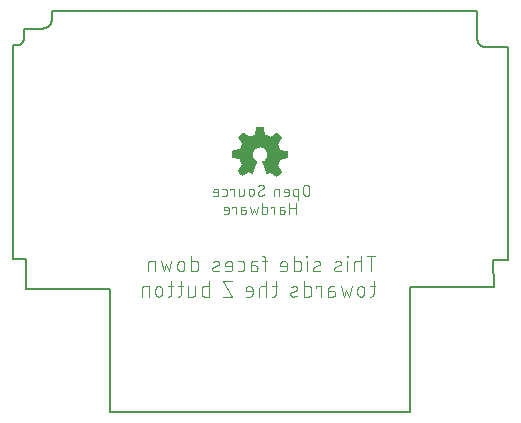
<source format=gbo>
G75*
%MOIN*%
%OFA0B0*%
%FSLAX25Y25*%
%IPPOS*%
%LPD*%
%AMOC8*
5,1,8,0,0,1.08239X$1,22.5*
%
%ADD10C,0.00600*%
%ADD11C,0.00400*%
%ADD12C,0.00300*%
%ADD13C,0.00200*%
D10*
X0046490Y0004511D02*
X0046415Y0045619D01*
X0018449Y0045619D01*
X0018524Y0055507D01*
X0014221Y0055507D01*
X0014221Y0126729D01*
X0015082Y0126729D01*
X0015187Y0126731D01*
X0015291Y0126737D01*
X0015395Y0126747D01*
X0015499Y0126760D01*
X0015602Y0126778D01*
X0015704Y0126799D01*
X0015806Y0126824D01*
X0015906Y0126853D01*
X0016006Y0126886D01*
X0016104Y0126922D01*
X0016200Y0126962D01*
X0016296Y0127006D01*
X0016389Y0127053D01*
X0016480Y0127104D01*
X0016570Y0127158D01*
X0016658Y0127215D01*
X0016743Y0127276D01*
X0016826Y0127339D01*
X0016906Y0127406D01*
X0016984Y0127476D01*
X0017060Y0127548D01*
X0017132Y0127624D01*
X0017202Y0127702D01*
X0017269Y0127782D01*
X0017332Y0127865D01*
X0017393Y0127950D01*
X0017450Y0128038D01*
X0017504Y0128127D01*
X0017555Y0128219D01*
X0017602Y0128312D01*
X0017646Y0128408D01*
X0017686Y0128504D01*
X0017722Y0128602D01*
X0017755Y0128702D01*
X0017784Y0128802D01*
X0017809Y0128904D01*
X0017830Y0129006D01*
X0017848Y0129109D01*
X0017861Y0129213D01*
X0017871Y0129317D01*
X0017877Y0129421D01*
X0017879Y0129526D01*
X0017879Y0132323D01*
X0023687Y0132323D01*
X0023802Y0132325D01*
X0023917Y0132331D01*
X0024032Y0132340D01*
X0024146Y0132354D01*
X0024260Y0132371D01*
X0024373Y0132392D01*
X0024485Y0132417D01*
X0024596Y0132445D01*
X0024707Y0132478D01*
X0024816Y0132513D01*
X0024924Y0132553D01*
X0025031Y0132596D01*
X0025136Y0132643D01*
X0025239Y0132693D01*
X0025341Y0132747D01*
X0025441Y0132803D01*
X0025539Y0132864D01*
X0025635Y0132927D01*
X0025729Y0132994D01*
X0025820Y0133064D01*
X0025909Y0133137D01*
X0025996Y0133212D01*
X0026080Y0133291D01*
X0026161Y0133372D01*
X0026240Y0133456D01*
X0026315Y0133543D01*
X0026388Y0133632D01*
X0026458Y0133723D01*
X0026525Y0133817D01*
X0026588Y0133913D01*
X0026649Y0134011D01*
X0026705Y0134111D01*
X0026759Y0134213D01*
X0026809Y0134316D01*
X0026856Y0134421D01*
X0026899Y0134528D01*
X0026939Y0134636D01*
X0026974Y0134745D01*
X0027007Y0134856D01*
X0027035Y0134967D01*
X0027060Y0135079D01*
X0027081Y0135192D01*
X0027098Y0135306D01*
X0027112Y0135420D01*
X0027121Y0135535D01*
X0027127Y0135650D01*
X0027129Y0135765D01*
X0027129Y0138129D01*
X0092312Y0138129D01*
X0092345Y0138129D01*
X0092312Y0138129D02*
X0168897Y0138133D01*
X0168897Y0129095D01*
X0168899Y0128987D01*
X0168905Y0128880D01*
X0168914Y0128773D01*
X0168928Y0128666D01*
X0168945Y0128560D01*
X0168966Y0128455D01*
X0168991Y0128350D01*
X0169019Y0128246D01*
X0169051Y0128144D01*
X0169087Y0128042D01*
X0169126Y0127942D01*
X0169169Y0127844D01*
X0169216Y0127747D01*
X0169265Y0127652D01*
X0169319Y0127558D01*
X0169375Y0127467D01*
X0169435Y0127377D01*
X0169498Y0127290D01*
X0169564Y0127205D01*
X0169633Y0127123D01*
X0169705Y0127043D01*
X0169779Y0126965D01*
X0169857Y0126891D01*
X0169937Y0126819D01*
X0170019Y0126750D01*
X0170104Y0126684D01*
X0170191Y0126621D01*
X0170281Y0126561D01*
X0170372Y0126505D01*
X0170466Y0126451D01*
X0170561Y0126402D01*
X0170658Y0126355D01*
X0170756Y0126312D01*
X0170856Y0126273D01*
X0170958Y0126237D01*
X0171060Y0126205D01*
X0171164Y0126177D01*
X0171269Y0126152D01*
X0171374Y0126131D01*
X0171480Y0126114D01*
X0171587Y0126100D01*
X0171694Y0126091D01*
X0171801Y0126085D01*
X0171909Y0126083D01*
X0179008Y0126083D01*
X0179008Y0055292D01*
X0174276Y0055292D01*
X0174351Y0046049D01*
X0146510Y0046049D01*
X0146585Y0004511D01*
X0046490Y0004511D01*
D11*
X0057033Y0042994D02*
X0057033Y0045594D01*
X0057035Y0045651D01*
X0057040Y0045707D01*
X0057050Y0045763D01*
X0057063Y0045818D01*
X0057079Y0045873D01*
X0057099Y0045926D01*
X0057122Y0045977D01*
X0057149Y0046028D01*
X0057179Y0046076D01*
X0057212Y0046122D01*
X0057248Y0046166D01*
X0057287Y0046207D01*
X0057328Y0046246D01*
X0057372Y0046282D01*
X0057418Y0046315D01*
X0057467Y0046345D01*
X0057517Y0046372D01*
X0057568Y0046395D01*
X0057621Y0046415D01*
X0057676Y0046431D01*
X0057731Y0046444D01*
X0057787Y0046454D01*
X0057843Y0046459D01*
X0057900Y0046461D01*
X0059344Y0046461D01*
X0059344Y0042994D01*
X0061569Y0044150D02*
X0061569Y0045305D01*
X0061571Y0045372D01*
X0061577Y0045439D01*
X0061587Y0045506D01*
X0061600Y0045572D01*
X0061618Y0045637D01*
X0061639Y0045700D01*
X0061664Y0045763D01*
X0061692Y0045824D01*
X0061724Y0045883D01*
X0061759Y0045940D01*
X0061798Y0045995D01*
X0061839Y0046048D01*
X0061884Y0046098D01*
X0061932Y0046146D01*
X0061982Y0046191D01*
X0062035Y0046232D01*
X0062090Y0046271D01*
X0062147Y0046306D01*
X0062206Y0046338D01*
X0062267Y0046366D01*
X0062330Y0046391D01*
X0062393Y0046412D01*
X0062458Y0046430D01*
X0062524Y0046443D01*
X0062591Y0046453D01*
X0062658Y0046459D01*
X0062725Y0046461D01*
X0062792Y0046459D01*
X0062859Y0046453D01*
X0062926Y0046443D01*
X0062992Y0046430D01*
X0063057Y0046412D01*
X0063120Y0046391D01*
X0063183Y0046366D01*
X0063244Y0046338D01*
X0063303Y0046306D01*
X0063360Y0046271D01*
X0063415Y0046232D01*
X0063468Y0046191D01*
X0063518Y0046146D01*
X0063566Y0046098D01*
X0063611Y0046048D01*
X0063652Y0045995D01*
X0063691Y0045940D01*
X0063726Y0045883D01*
X0063758Y0045824D01*
X0063786Y0045763D01*
X0063811Y0045700D01*
X0063832Y0045637D01*
X0063850Y0045572D01*
X0063863Y0045506D01*
X0063873Y0045439D01*
X0063879Y0045372D01*
X0063881Y0045305D01*
X0063880Y0045305D02*
X0063880Y0044150D01*
X0063881Y0044150D02*
X0063879Y0044083D01*
X0063873Y0044016D01*
X0063863Y0043949D01*
X0063850Y0043883D01*
X0063832Y0043818D01*
X0063811Y0043755D01*
X0063786Y0043692D01*
X0063758Y0043631D01*
X0063726Y0043572D01*
X0063691Y0043515D01*
X0063652Y0043460D01*
X0063611Y0043407D01*
X0063566Y0043357D01*
X0063518Y0043309D01*
X0063468Y0043264D01*
X0063415Y0043223D01*
X0063360Y0043184D01*
X0063303Y0043149D01*
X0063244Y0043117D01*
X0063183Y0043089D01*
X0063120Y0043064D01*
X0063057Y0043043D01*
X0062992Y0043025D01*
X0062926Y0043012D01*
X0062859Y0043002D01*
X0062792Y0042996D01*
X0062725Y0042994D01*
X0062658Y0042996D01*
X0062591Y0043002D01*
X0062524Y0043012D01*
X0062458Y0043025D01*
X0062393Y0043043D01*
X0062330Y0043064D01*
X0062267Y0043089D01*
X0062206Y0043117D01*
X0062147Y0043149D01*
X0062090Y0043184D01*
X0062035Y0043223D01*
X0061982Y0043264D01*
X0061932Y0043309D01*
X0061884Y0043357D01*
X0061839Y0043407D01*
X0061798Y0043460D01*
X0061759Y0043515D01*
X0061724Y0043572D01*
X0061692Y0043631D01*
X0061664Y0043692D01*
X0061639Y0043755D01*
X0061618Y0043818D01*
X0061600Y0043883D01*
X0061587Y0043949D01*
X0061577Y0044016D01*
X0061571Y0044083D01*
X0061569Y0044150D01*
X0065761Y0042994D02*
X0066049Y0042994D01*
X0066106Y0042996D01*
X0066162Y0043001D01*
X0066218Y0043011D01*
X0066273Y0043024D01*
X0066328Y0043040D01*
X0066381Y0043060D01*
X0066432Y0043083D01*
X0066483Y0043110D01*
X0066531Y0043140D01*
X0066577Y0043173D01*
X0066621Y0043209D01*
X0066662Y0043248D01*
X0066701Y0043289D01*
X0066737Y0043333D01*
X0066770Y0043379D01*
X0066800Y0043428D01*
X0066827Y0043478D01*
X0066850Y0043529D01*
X0066870Y0043582D01*
X0066886Y0043637D01*
X0066899Y0043692D01*
X0066909Y0043748D01*
X0066914Y0043804D01*
X0066916Y0043861D01*
X0066916Y0048194D01*
X0067494Y0046461D02*
X0065761Y0046461D01*
X0068952Y0046461D02*
X0070686Y0046461D01*
X0072489Y0046461D02*
X0072489Y0042994D01*
X0073934Y0042994D01*
X0073991Y0042996D01*
X0074047Y0043001D01*
X0074103Y0043011D01*
X0074158Y0043024D01*
X0074213Y0043040D01*
X0074266Y0043060D01*
X0074317Y0043083D01*
X0074368Y0043110D01*
X0074416Y0043140D01*
X0074462Y0043173D01*
X0074506Y0043209D01*
X0074547Y0043248D01*
X0074586Y0043289D01*
X0074622Y0043333D01*
X0074655Y0043379D01*
X0074685Y0043428D01*
X0074712Y0043478D01*
X0074735Y0043529D01*
X0074755Y0043582D01*
X0074771Y0043637D01*
X0074784Y0043692D01*
X0074794Y0043748D01*
X0074799Y0043804D01*
X0074801Y0043861D01*
X0074800Y0043861D02*
X0074800Y0046461D01*
X0077000Y0045594D02*
X0077000Y0043861D01*
X0077002Y0043804D01*
X0077007Y0043748D01*
X0077017Y0043692D01*
X0077030Y0043637D01*
X0077046Y0043582D01*
X0077066Y0043529D01*
X0077089Y0043478D01*
X0077116Y0043427D01*
X0077146Y0043379D01*
X0077179Y0043333D01*
X0077215Y0043289D01*
X0077254Y0043248D01*
X0077295Y0043209D01*
X0077339Y0043173D01*
X0077385Y0043140D01*
X0077434Y0043110D01*
X0077484Y0043083D01*
X0077535Y0043060D01*
X0077588Y0043040D01*
X0077643Y0043024D01*
X0077698Y0043011D01*
X0077754Y0043001D01*
X0077810Y0042996D01*
X0077867Y0042994D01*
X0079312Y0042994D01*
X0079312Y0048194D01*
X0079312Y0046461D02*
X0077867Y0046461D01*
X0077810Y0046459D01*
X0077754Y0046454D01*
X0077698Y0046444D01*
X0077643Y0046431D01*
X0077588Y0046415D01*
X0077535Y0046395D01*
X0077484Y0046372D01*
X0077434Y0046345D01*
X0077385Y0046315D01*
X0077339Y0046282D01*
X0077295Y0046246D01*
X0077254Y0046207D01*
X0077215Y0046166D01*
X0077179Y0046122D01*
X0077146Y0046076D01*
X0077116Y0046028D01*
X0077089Y0045977D01*
X0077066Y0045926D01*
X0077046Y0045873D01*
X0077030Y0045818D01*
X0077017Y0045763D01*
X0077007Y0045707D01*
X0077002Y0045651D01*
X0077000Y0045594D01*
X0070108Y0043861D02*
X0070108Y0048194D01*
X0073486Y0051394D02*
X0074931Y0051394D01*
X0074988Y0051396D01*
X0075044Y0051401D01*
X0075100Y0051411D01*
X0075155Y0051424D01*
X0075210Y0051440D01*
X0075263Y0051460D01*
X0075314Y0051483D01*
X0075365Y0051510D01*
X0075413Y0051540D01*
X0075459Y0051573D01*
X0075503Y0051609D01*
X0075544Y0051648D01*
X0075583Y0051689D01*
X0075619Y0051733D01*
X0075652Y0051779D01*
X0075682Y0051828D01*
X0075709Y0051878D01*
X0075732Y0051929D01*
X0075752Y0051982D01*
X0075768Y0052037D01*
X0075781Y0052092D01*
X0075791Y0052148D01*
X0075796Y0052204D01*
X0075798Y0052261D01*
X0075798Y0053994D01*
X0075796Y0054051D01*
X0075791Y0054107D01*
X0075781Y0054163D01*
X0075768Y0054218D01*
X0075752Y0054273D01*
X0075732Y0054326D01*
X0075709Y0054377D01*
X0075682Y0054428D01*
X0075652Y0054476D01*
X0075619Y0054522D01*
X0075583Y0054566D01*
X0075544Y0054607D01*
X0075503Y0054646D01*
X0075459Y0054682D01*
X0075413Y0054715D01*
X0075365Y0054745D01*
X0075314Y0054772D01*
X0075263Y0054795D01*
X0075210Y0054815D01*
X0075155Y0054831D01*
X0075100Y0054844D01*
X0075044Y0054854D01*
X0074988Y0054859D01*
X0074931Y0054861D01*
X0073486Y0054861D01*
X0073486Y0056594D02*
X0073486Y0051394D01*
X0071237Y0052550D02*
X0071237Y0053705D01*
X0071235Y0053772D01*
X0071229Y0053839D01*
X0071219Y0053906D01*
X0071206Y0053972D01*
X0071188Y0054037D01*
X0071167Y0054100D01*
X0071142Y0054163D01*
X0071114Y0054224D01*
X0071082Y0054283D01*
X0071047Y0054340D01*
X0071008Y0054395D01*
X0070967Y0054448D01*
X0070922Y0054498D01*
X0070874Y0054546D01*
X0070824Y0054591D01*
X0070771Y0054632D01*
X0070716Y0054671D01*
X0070659Y0054706D01*
X0070600Y0054738D01*
X0070539Y0054766D01*
X0070476Y0054791D01*
X0070413Y0054812D01*
X0070348Y0054830D01*
X0070282Y0054843D01*
X0070215Y0054853D01*
X0070148Y0054859D01*
X0070081Y0054861D01*
X0070014Y0054859D01*
X0069947Y0054853D01*
X0069880Y0054843D01*
X0069814Y0054830D01*
X0069749Y0054812D01*
X0069686Y0054791D01*
X0069623Y0054766D01*
X0069562Y0054738D01*
X0069503Y0054706D01*
X0069446Y0054671D01*
X0069391Y0054632D01*
X0069338Y0054591D01*
X0069288Y0054546D01*
X0069240Y0054498D01*
X0069195Y0054448D01*
X0069154Y0054395D01*
X0069115Y0054340D01*
X0069080Y0054283D01*
X0069048Y0054224D01*
X0069020Y0054163D01*
X0068995Y0054100D01*
X0068974Y0054037D01*
X0068956Y0053972D01*
X0068943Y0053906D01*
X0068933Y0053839D01*
X0068927Y0053772D01*
X0068925Y0053705D01*
X0068926Y0053705D02*
X0068926Y0052550D01*
X0068925Y0052550D02*
X0068927Y0052483D01*
X0068933Y0052416D01*
X0068943Y0052349D01*
X0068956Y0052283D01*
X0068974Y0052218D01*
X0068995Y0052155D01*
X0069020Y0052092D01*
X0069048Y0052031D01*
X0069080Y0051972D01*
X0069115Y0051915D01*
X0069154Y0051860D01*
X0069195Y0051807D01*
X0069240Y0051757D01*
X0069288Y0051709D01*
X0069338Y0051664D01*
X0069391Y0051623D01*
X0069446Y0051584D01*
X0069503Y0051549D01*
X0069562Y0051517D01*
X0069623Y0051489D01*
X0069686Y0051464D01*
X0069749Y0051443D01*
X0069814Y0051425D01*
X0069880Y0051412D01*
X0069947Y0051402D01*
X0070014Y0051396D01*
X0070081Y0051394D01*
X0070148Y0051396D01*
X0070215Y0051402D01*
X0070282Y0051412D01*
X0070348Y0051425D01*
X0070413Y0051443D01*
X0070476Y0051464D01*
X0070539Y0051489D01*
X0070600Y0051517D01*
X0070659Y0051549D01*
X0070716Y0051584D01*
X0070771Y0051623D01*
X0070824Y0051664D01*
X0070874Y0051709D01*
X0070922Y0051757D01*
X0070967Y0051807D01*
X0071008Y0051860D01*
X0071047Y0051915D01*
X0071082Y0051972D01*
X0071114Y0052031D01*
X0071142Y0052092D01*
X0071167Y0052155D01*
X0071188Y0052218D01*
X0071206Y0052283D01*
X0071219Y0052349D01*
X0071229Y0052416D01*
X0071235Y0052483D01*
X0071237Y0052550D01*
X0066943Y0054861D02*
X0066076Y0051394D01*
X0065209Y0053705D01*
X0064343Y0051394D01*
X0063476Y0054861D01*
X0061325Y0054861D02*
X0059881Y0054861D01*
X0059824Y0054859D01*
X0059768Y0054854D01*
X0059712Y0054844D01*
X0059657Y0054831D01*
X0059602Y0054815D01*
X0059549Y0054795D01*
X0059498Y0054772D01*
X0059448Y0054745D01*
X0059399Y0054715D01*
X0059353Y0054682D01*
X0059309Y0054646D01*
X0059268Y0054607D01*
X0059229Y0054566D01*
X0059193Y0054522D01*
X0059160Y0054476D01*
X0059130Y0054428D01*
X0059103Y0054377D01*
X0059080Y0054326D01*
X0059060Y0054273D01*
X0059044Y0054218D01*
X0059031Y0054163D01*
X0059021Y0054107D01*
X0059016Y0054051D01*
X0059014Y0053994D01*
X0059014Y0051394D01*
X0061325Y0051394D02*
X0061325Y0054861D01*
X0070108Y0043861D02*
X0070106Y0043804D01*
X0070101Y0043748D01*
X0070091Y0043692D01*
X0070078Y0043637D01*
X0070062Y0043582D01*
X0070042Y0043529D01*
X0070019Y0043478D01*
X0069992Y0043428D01*
X0069962Y0043379D01*
X0069929Y0043333D01*
X0069893Y0043289D01*
X0069854Y0043248D01*
X0069813Y0043209D01*
X0069769Y0043173D01*
X0069723Y0043140D01*
X0069675Y0043110D01*
X0069624Y0043083D01*
X0069573Y0043060D01*
X0069520Y0043040D01*
X0069465Y0043024D01*
X0069410Y0043011D01*
X0069354Y0043001D01*
X0069298Y0042996D01*
X0069241Y0042994D01*
X0068952Y0042994D01*
X0081240Y0051394D02*
X0081186Y0051395D01*
X0081133Y0051400D01*
X0081081Y0051409D01*
X0081029Y0051421D01*
X0080978Y0051437D01*
X0080929Y0051457D01*
X0080881Y0051480D01*
X0080834Y0051506D01*
X0080790Y0051536D01*
X0080748Y0051569D01*
X0080708Y0051605D01*
X0080671Y0051643D01*
X0080637Y0051684D01*
X0080606Y0051727D01*
X0080578Y0051772D01*
X0080553Y0051820D01*
X0080532Y0051868D01*
X0080514Y0051919D01*
X0080500Y0051970D01*
X0080490Y0052022D01*
X0080483Y0052075D01*
X0080480Y0052128D01*
X0080481Y0052182D01*
X0080486Y0052235D01*
X0080494Y0052287D01*
X0080506Y0052339D01*
X0080522Y0052390D01*
X0080541Y0052440D01*
X0080564Y0052488D01*
X0080590Y0052534D01*
X0080620Y0052579D01*
X0080652Y0052621D01*
X0080688Y0052661D01*
X0080726Y0052698D01*
X0080767Y0052732D01*
X0080810Y0052764D01*
X0080855Y0052792D01*
X0080902Y0052817D01*
X0080951Y0052838D01*
X0080951Y0052839D02*
X0082396Y0053416D01*
X0082395Y0053417D02*
X0082444Y0053438D01*
X0082491Y0053463D01*
X0082536Y0053491D01*
X0082579Y0053523D01*
X0082620Y0053557D01*
X0082658Y0053594D01*
X0082694Y0053634D01*
X0082726Y0053676D01*
X0082756Y0053721D01*
X0082782Y0053767D01*
X0082805Y0053815D01*
X0082824Y0053865D01*
X0082840Y0053916D01*
X0082852Y0053968D01*
X0082860Y0054020D01*
X0082865Y0054073D01*
X0082866Y0054127D01*
X0082863Y0054180D01*
X0082856Y0054233D01*
X0082846Y0054285D01*
X0082832Y0054336D01*
X0082814Y0054387D01*
X0082793Y0054435D01*
X0082768Y0054483D01*
X0082740Y0054528D01*
X0082709Y0054571D01*
X0082675Y0054612D01*
X0082638Y0054650D01*
X0082598Y0054686D01*
X0082556Y0054719D01*
X0082512Y0054749D01*
X0082465Y0054775D01*
X0082417Y0054798D01*
X0082368Y0054818D01*
X0082317Y0054834D01*
X0082265Y0054846D01*
X0082213Y0054855D01*
X0082160Y0054860D01*
X0082106Y0054861D01*
X0082829Y0051682D02*
X0082701Y0051638D01*
X0082572Y0051598D01*
X0082442Y0051561D01*
X0082311Y0051528D01*
X0082179Y0051498D01*
X0082047Y0051472D01*
X0081913Y0051450D01*
X0081779Y0051431D01*
X0081645Y0051416D01*
X0081510Y0051405D01*
X0081375Y0051397D01*
X0081240Y0051394D01*
X0080807Y0054572D02*
X0080910Y0054616D01*
X0081014Y0054657D01*
X0081119Y0054694D01*
X0081226Y0054727D01*
X0081334Y0054757D01*
X0081442Y0054783D01*
X0081552Y0054805D01*
X0081662Y0054824D01*
X0081773Y0054839D01*
X0081884Y0054850D01*
X0081995Y0054857D01*
X0082107Y0054861D01*
X0084886Y0053705D02*
X0084886Y0053127D01*
X0087197Y0053127D01*
X0087197Y0053705D02*
X0087197Y0052261D01*
X0087195Y0052204D01*
X0087190Y0052148D01*
X0087180Y0052092D01*
X0087167Y0052037D01*
X0087151Y0051982D01*
X0087131Y0051929D01*
X0087108Y0051878D01*
X0087081Y0051828D01*
X0087051Y0051779D01*
X0087018Y0051733D01*
X0086982Y0051689D01*
X0086943Y0051648D01*
X0086902Y0051609D01*
X0086858Y0051573D01*
X0086812Y0051540D01*
X0086764Y0051510D01*
X0086713Y0051483D01*
X0086662Y0051460D01*
X0086609Y0051440D01*
X0086554Y0051424D01*
X0086499Y0051411D01*
X0086443Y0051401D01*
X0086387Y0051396D01*
X0086330Y0051394D01*
X0084886Y0051394D01*
X0084885Y0053705D02*
X0084887Y0053772D01*
X0084893Y0053839D01*
X0084903Y0053906D01*
X0084916Y0053972D01*
X0084934Y0054037D01*
X0084955Y0054100D01*
X0084980Y0054163D01*
X0085008Y0054224D01*
X0085040Y0054283D01*
X0085075Y0054340D01*
X0085114Y0054395D01*
X0085155Y0054448D01*
X0085200Y0054498D01*
X0085248Y0054546D01*
X0085298Y0054591D01*
X0085351Y0054632D01*
X0085406Y0054671D01*
X0085463Y0054706D01*
X0085522Y0054738D01*
X0085583Y0054766D01*
X0085646Y0054791D01*
X0085709Y0054812D01*
X0085774Y0054830D01*
X0085840Y0054843D01*
X0085907Y0054853D01*
X0085974Y0054859D01*
X0086041Y0054861D01*
X0086108Y0054859D01*
X0086175Y0054853D01*
X0086242Y0054843D01*
X0086308Y0054830D01*
X0086373Y0054812D01*
X0086436Y0054791D01*
X0086499Y0054766D01*
X0086560Y0054738D01*
X0086619Y0054706D01*
X0086676Y0054671D01*
X0086731Y0054632D01*
X0086784Y0054591D01*
X0086834Y0054546D01*
X0086882Y0054498D01*
X0086927Y0054448D01*
X0086968Y0054395D01*
X0087007Y0054340D01*
X0087042Y0054283D01*
X0087074Y0054224D01*
X0087102Y0054163D01*
X0087127Y0054100D01*
X0087148Y0054037D01*
X0087166Y0053972D01*
X0087179Y0053906D01*
X0087189Y0053839D01*
X0087195Y0053772D01*
X0087197Y0053705D01*
X0089033Y0054861D02*
X0090189Y0054861D01*
X0090246Y0054859D01*
X0090302Y0054854D01*
X0090358Y0054844D01*
X0090413Y0054831D01*
X0090468Y0054815D01*
X0090521Y0054795D01*
X0090572Y0054772D01*
X0090623Y0054745D01*
X0090671Y0054715D01*
X0090717Y0054682D01*
X0090761Y0054646D01*
X0090802Y0054607D01*
X0090841Y0054566D01*
X0090877Y0054522D01*
X0090910Y0054476D01*
X0090940Y0054428D01*
X0090967Y0054377D01*
X0090990Y0054326D01*
X0091010Y0054273D01*
X0091026Y0054218D01*
X0091039Y0054163D01*
X0091049Y0054107D01*
X0091054Y0054051D01*
X0091056Y0053994D01*
X0091055Y0053994D02*
X0091055Y0052261D01*
X0091056Y0052261D02*
X0091054Y0052204D01*
X0091049Y0052148D01*
X0091039Y0052092D01*
X0091026Y0052037D01*
X0091010Y0051982D01*
X0090990Y0051929D01*
X0090967Y0051878D01*
X0090940Y0051828D01*
X0090910Y0051779D01*
X0090877Y0051733D01*
X0090841Y0051689D01*
X0090802Y0051648D01*
X0090761Y0051609D01*
X0090717Y0051573D01*
X0090671Y0051540D01*
X0090623Y0051510D01*
X0090572Y0051483D01*
X0090521Y0051460D01*
X0090468Y0051440D01*
X0090413Y0051424D01*
X0090358Y0051411D01*
X0090302Y0051401D01*
X0090246Y0051396D01*
X0090189Y0051394D01*
X0089033Y0051394D01*
X0087017Y0048194D02*
X0084128Y0048194D01*
X0087017Y0042994D01*
X0084128Y0042994D01*
X0091641Y0042994D02*
X0093085Y0042994D01*
X0093142Y0042996D01*
X0093198Y0043001D01*
X0093254Y0043011D01*
X0093309Y0043024D01*
X0093364Y0043040D01*
X0093417Y0043060D01*
X0093468Y0043083D01*
X0093519Y0043110D01*
X0093567Y0043140D01*
X0093613Y0043173D01*
X0093657Y0043209D01*
X0093698Y0043248D01*
X0093737Y0043289D01*
X0093773Y0043333D01*
X0093806Y0043379D01*
X0093836Y0043428D01*
X0093863Y0043478D01*
X0093886Y0043529D01*
X0093906Y0043582D01*
X0093922Y0043637D01*
X0093935Y0043692D01*
X0093945Y0043748D01*
X0093950Y0043804D01*
X0093952Y0043861D01*
X0093952Y0045305D01*
X0093952Y0044727D02*
X0091641Y0044727D01*
X0091641Y0045305D01*
X0091643Y0045372D01*
X0091649Y0045439D01*
X0091659Y0045506D01*
X0091672Y0045572D01*
X0091690Y0045637D01*
X0091711Y0045700D01*
X0091736Y0045763D01*
X0091764Y0045824D01*
X0091796Y0045883D01*
X0091831Y0045940D01*
X0091870Y0045995D01*
X0091911Y0046048D01*
X0091956Y0046098D01*
X0092004Y0046146D01*
X0092054Y0046191D01*
X0092107Y0046232D01*
X0092162Y0046271D01*
X0092219Y0046306D01*
X0092278Y0046338D01*
X0092339Y0046366D01*
X0092402Y0046391D01*
X0092465Y0046412D01*
X0092530Y0046430D01*
X0092596Y0046443D01*
X0092663Y0046453D01*
X0092730Y0046459D01*
X0092797Y0046461D01*
X0092864Y0046459D01*
X0092931Y0046453D01*
X0092998Y0046443D01*
X0093064Y0046430D01*
X0093129Y0046412D01*
X0093192Y0046391D01*
X0093255Y0046366D01*
X0093316Y0046338D01*
X0093375Y0046306D01*
X0093432Y0046271D01*
X0093487Y0046232D01*
X0093540Y0046191D01*
X0093590Y0046146D01*
X0093638Y0046098D01*
X0093683Y0046048D01*
X0093724Y0045995D01*
X0093763Y0045940D01*
X0093798Y0045883D01*
X0093830Y0045824D01*
X0093858Y0045763D01*
X0093883Y0045700D01*
X0093904Y0045637D01*
X0093922Y0045572D01*
X0093935Y0045506D01*
X0093945Y0045439D01*
X0093951Y0045372D01*
X0093953Y0045305D01*
X0096177Y0045594D02*
X0096177Y0042994D01*
X0098488Y0042994D02*
X0098488Y0048194D01*
X0098488Y0046461D02*
X0097044Y0046461D01*
X0096987Y0046459D01*
X0096931Y0046454D01*
X0096875Y0046444D01*
X0096820Y0046431D01*
X0096765Y0046415D01*
X0096712Y0046395D01*
X0096661Y0046372D01*
X0096611Y0046345D01*
X0096562Y0046315D01*
X0096516Y0046282D01*
X0096472Y0046246D01*
X0096431Y0046207D01*
X0096392Y0046166D01*
X0096356Y0046122D01*
X0096323Y0046076D01*
X0096293Y0046028D01*
X0096266Y0045977D01*
X0096243Y0045926D01*
X0096223Y0045873D01*
X0096207Y0045818D01*
X0096194Y0045763D01*
X0096184Y0045707D01*
X0096179Y0045651D01*
X0096177Y0045594D01*
X0100536Y0046461D02*
X0102270Y0046461D01*
X0101692Y0048194D02*
X0101692Y0043861D01*
X0101690Y0043804D01*
X0101685Y0043748D01*
X0101675Y0043692D01*
X0101662Y0043637D01*
X0101646Y0043582D01*
X0101626Y0043529D01*
X0101603Y0043478D01*
X0101576Y0043428D01*
X0101546Y0043379D01*
X0101513Y0043333D01*
X0101477Y0043289D01*
X0101438Y0043248D01*
X0101397Y0043209D01*
X0101353Y0043173D01*
X0101307Y0043140D01*
X0101259Y0043110D01*
X0101208Y0043083D01*
X0101157Y0043060D01*
X0101104Y0043040D01*
X0101049Y0043024D01*
X0100994Y0043011D01*
X0100938Y0043001D01*
X0100882Y0042996D01*
X0100825Y0042994D01*
X0100536Y0042994D01*
X0107026Y0044439D02*
X0108471Y0045016D01*
X0108471Y0045017D02*
X0108520Y0045038D01*
X0108567Y0045063D01*
X0108612Y0045091D01*
X0108655Y0045123D01*
X0108696Y0045157D01*
X0108734Y0045194D01*
X0108770Y0045234D01*
X0108802Y0045276D01*
X0108832Y0045321D01*
X0108858Y0045367D01*
X0108881Y0045415D01*
X0108900Y0045465D01*
X0108916Y0045516D01*
X0108928Y0045568D01*
X0108936Y0045620D01*
X0108941Y0045673D01*
X0108942Y0045727D01*
X0108939Y0045780D01*
X0108932Y0045833D01*
X0108922Y0045885D01*
X0108908Y0045936D01*
X0108890Y0045987D01*
X0108869Y0046035D01*
X0108844Y0046083D01*
X0108816Y0046128D01*
X0108785Y0046171D01*
X0108751Y0046212D01*
X0108714Y0046250D01*
X0108674Y0046286D01*
X0108632Y0046319D01*
X0108588Y0046349D01*
X0108541Y0046375D01*
X0108493Y0046398D01*
X0108444Y0046418D01*
X0108393Y0046434D01*
X0108341Y0046446D01*
X0108289Y0046455D01*
X0108236Y0046460D01*
X0108182Y0046461D01*
X0108904Y0043282D02*
X0108776Y0043238D01*
X0108647Y0043198D01*
X0108517Y0043161D01*
X0108386Y0043128D01*
X0108254Y0043098D01*
X0108122Y0043072D01*
X0107988Y0043050D01*
X0107854Y0043031D01*
X0107720Y0043016D01*
X0107585Y0043005D01*
X0107450Y0042997D01*
X0107315Y0042994D01*
X0107316Y0042994D02*
X0107262Y0042995D01*
X0107209Y0043000D01*
X0107157Y0043009D01*
X0107105Y0043021D01*
X0107054Y0043037D01*
X0107005Y0043057D01*
X0106957Y0043080D01*
X0106910Y0043106D01*
X0106866Y0043136D01*
X0106824Y0043169D01*
X0106784Y0043205D01*
X0106747Y0043243D01*
X0106713Y0043284D01*
X0106682Y0043327D01*
X0106654Y0043372D01*
X0106629Y0043420D01*
X0106608Y0043468D01*
X0106590Y0043519D01*
X0106576Y0043570D01*
X0106566Y0043622D01*
X0106559Y0043675D01*
X0106556Y0043728D01*
X0106557Y0043782D01*
X0106562Y0043835D01*
X0106570Y0043887D01*
X0106582Y0043939D01*
X0106598Y0043990D01*
X0106617Y0044040D01*
X0106640Y0044088D01*
X0106666Y0044134D01*
X0106696Y0044179D01*
X0106728Y0044221D01*
X0106764Y0044261D01*
X0106802Y0044298D01*
X0106843Y0044332D01*
X0106886Y0044364D01*
X0106931Y0044392D01*
X0106978Y0044417D01*
X0107027Y0044438D01*
X0106882Y0046172D02*
X0106985Y0046216D01*
X0107089Y0046257D01*
X0107194Y0046294D01*
X0107301Y0046327D01*
X0107409Y0046357D01*
X0107517Y0046383D01*
X0107627Y0046405D01*
X0107737Y0046424D01*
X0107848Y0046439D01*
X0107959Y0046450D01*
X0108070Y0046457D01*
X0108182Y0046461D01*
X0111154Y0046461D02*
X0112598Y0046461D01*
X0112655Y0046459D01*
X0112711Y0046454D01*
X0112767Y0046444D01*
X0112822Y0046431D01*
X0112877Y0046415D01*
X0112930Y0046395D01*
X0112981Y0046372D01*
X0113032Y0046345D01*
X0113080Y0046315D01*
X0113126Y0046282D01*
X0113170Y0046246D01*
X0113211Y0046207D01*
X0113250Y0046166D01*
X0113286Y0046122D01*
X0113319Y0046076D01*
X0113349Y0046028D01*
X0113376Y0045977D01*
X0113399Y0045926D01*
X0113419Y0045873D01*
X0113435Y0045818D01*
X0113448Y0045763D01*
X0113458Y0045707D01*
X0113463Y0045651D01*
X0113465Y0045594D01*
X0113465Y0043861D01*
X0113463Y0043804D01*
X0113458Y0043748D01*
X0113448Y0043692D01*
X0113435Y0043637D01*
X0113419Y0043582D01*
X0113399Y0043529D01*
X0113376Y0043478D01*
X0113349Y0043428D01*
X0113319Y0043379D01*
X0113286Y0043333D01*
X0113250Y0043289D01*
X0113211Y0043248D01*
X0113170Y0043209D01*
X0113126Y0043173D01*
X0113080Y0043140D01*
X0113032Y0043110D01*
X0112981Y0043083D01*
X0112930Y0043060D01*
X0112877Y0043040D01*
X0112822Y0043024D01*
X0112767Y0043011D01*
X0112711Y0043001D01*
X0112655Y0042996D01*
X0112598Y0042994D01*
X0111154Y0042994D01*
X0111154Y0048194D01*
X0112081Y0051394D02*
X0112081Y0054861D01*
X0111937Y0056305D02*
X0112226Y0056305D01*
X0112226Y0056594D01*
X0111937Y0056594D01*
X0111937Y0056305D01*
X0109203Y0054861D02*
X0107758Y0054861D01*
X0109203Y0054861D02*
X0109260Y0054859D01*
X0109316Y0054854D01*
X0109372Y0054844D01*
X0109427Y0054831D01*
X0109482Y0054815D01*
X0109535Y0054795D01*
X0109586Y0054772D01*
X0109637Y0054745D01*
X0109685Y0054715D01*
X0109731Y0054682D01*
X0109775Y0054646D01*
X0109816Y0054607D01*
X0109855Y0054566D01*
X0109891Y0054522D01*
X0109924Y0054476D01*
X0109954Y0054428D01*
X0109981Y0054377D01*
X0110004Y0054326D01*
X0110024Y0054273D01*
X0110040Y0054218D01*
X0110053Y0054163D01*
X0110063Y0054107D01*
X0110068Y0054051D01*
X0110070Y0053994D01*
X0110069Y0053994D02*
X0110069Y0052261D01*
X0110070Y0052261D02*
X0110068Y0052204D01*
X0110063Y0052148D01*
X0110053Y0052092D01*
X0110040Y0052037D01*
X0110024Y0051982D01*
X0110004Y0051929D01*
X0109981Y0051878D01*
X0109954Y0051828D01*
X0109924Y0051779D01*
X0109891Y0051733D01*
X0109855Y0051689D01*
X0109816Y0051648D01*
X0109775Y0051609D01*
X0109731Y0051573D01*
X0109685Y0051540D01*
X0109637Y0051510D01*
X0109586Y0051483D01*
X0109535Y0051460D01*
X0109482Y0051440D01*
X0109427Y0051424D01*
X0109372Y0051411D01*
X0109316Y0051401D01*
X0109260Y0051396D01*
X0109203Y0051394D01*
X0107758Y0051394D01*
X0107758Y0056594D01*
X0105509Y0053705D02*
X0105509Y0052261D01*
X0105509Y0053127D02*
X0103198Y0053127D01*
X0103198Y0053705D01*
X0103197Y0053705D02*
X0103199Y0053772D01*
X0103205Y0053839D01*
X0103215Y0053906D01*
X0103228Y0053972D01*
X0103246Y0054037D01*
X0103267Y0054100D01*
X0103292Y0054163D01*
X0103320Y0054224D01*
X0103352Y0054283D01*
X0103387Y0054340D01*
X0103426Y0054395D01*
X0103467Y0054448D01*
X0103512Y0054498D01*
X0103560Y0054546D01*
X0103610Y0054591D01*
X0103663Y0054632D01*
X0103718Y0054671D01*
X0103775Y0054706D01*
X0103834Y0054738D01*
X0103895Y0054766D01*
X0103958Y0054791D01*
X0104021Y0054812D01*
X0104086Y0054830D01*
X0104152Y0054843D01*
X0104219Y0054853D01*
X0104286Y0054859D01*
X0104353Y0054861D01*
X0104420Y0054859D01*
X0104487Y0054853D01*
X0104554Y0054843D01*
X0104620Y0054830D01*
X0104685Y0054812D01*
X0104748Y0054791D01*
X0104811Y0054766D01*
X0104872Y0054738D01*
X0104931Y0054706D01*
X0104988Y0054671D01*
X0105043Y0054632D01*
X0105096Y0054591D01*
X0105146Y0054546D01*
X0105194Y0054498D01*
X0105239Y0054448D01*
X0105280Y0054395D01*
X0105319Y0054340D01*
X0105354Y0054283D01*
X0105386Y0054224D01*
X0105414Y0054163D01*
X0105439Y0054100D01*
X0105460Y0054037D01*
X0105478Y0053972D01*
X0105491Y0053906D01*
X0105501Y0053839D01*
X0105507Y0053772D01*
X0105509Y0053705D01*
X0105509Y0052261D02*
X0105507Y0052204D01*
X0105502Y0052148D01*
X0105492Y0052092D01*
X0105479Y0052037D01*
X0105463Y0051982D01*
X0105443Y0051929D01*
X0105420Y0051878D01*
X0105393Y0051828D01*
X0105363Y0051779D01*
X0105330Y0051733D01*
X0105294Y0051689D01*
X0105255Y0051648D01*
X0105214Y0051609D01*
X0105170Y0051573D01*
X0105124Y0051540D01*
X0105076Y0051510D01*
X0105025Y0051483D01*
X0104974Y0051460D01*
X0104921Y0051440D01*
X0104866Y0051424D01*
X0104811Y0051411D01*
X0104755Y0051401D01*
X0104699Y0051396D01*
X0104642Y0051394D01*
X0103198Y0051394D01*
X0098173Y0051394D02*
X0098173Y0055727D01*
X0098174Y0055727D02*
X0098172Y0055784D01*
X0098167Y0055840D01*
X0098157Y0055896D01*
X0098144Y0055951D01*
X0098128Y0056006D01*
X0098108Y0056059D01*
X0098085Y0056110D01*
X0098058Y0056161D01*
X0098028Y0056209D01*
X0097995Y0056255D01*
X0097959Y0056299D01*
X0097920Y0056340D01*
X0097879Y0056379D01*
X0097835Y0056415D01*
X0097789Y0056448D01*
X0097741Y0056478D01*
X0097690Y0056505D01*
X0097639Y0056528D01*
X0097586Y0056548D01*
X0097531Y0056564D01*
X0097476Y0056577D01*
X0097420Y0056587D01*
X0097364Y0056592D01*
X0097307Y0056594D01*
X0097018Y0056594D01*
X0097018Y0054861D02*
X0098751Y0054861D01*
X0095333Y0054861D02*
X0094177Y0054861D01*
X0094120Y0054859D01*
X0094064Y0054854D01*
X0094008Y0054844D01*
X0093953Y0054831D01*
X0093898Y0054815D01*
X0093845Y0054795D01*
X0093794Y0054772D01*
X0093744Y0054745D01*
X0093695Y0054715D01*
X0093649Y0054682D01*
X0093605Y0054646D01*
X0093564Y0054607D01*
X0093525Y0054566D01*
X0093489Y0054522D01*
X0093456Y0054476D01*
X0093426Y0054428D01*
X0093399Y0054377D01*
X0093376Y0054326D01*
X0093356Y0054273D01*
X0093340Y0054218D01*
X0093327Y0054163D01*
X0093317Y0054107D01*
X0093312Y0054051D01*
X0093310Y0053994D01*
X0093310Y0051394D01*
X0094610Y0051394D01*
X0094672Y0051396D01*
X0094734Y0051402D01*
X0094796Y0051411D01*
X0094857Y0051425D01*
X0094916Y0051442D01*
X0094975Y0051462D01*
X0095033Y0051487D01*
X0095088Y0051514D01*
X0095142Y0051545D01*
X0095194Y0051580D01*
X0095244Y0051617D01*
X0095291Y0051658D01*
X0095336Y0051701D01*
X0095378Y0051747D01*
X0095417Y0051796D01*
X0095453Y0051847D01*
X0095486Y0051900D01*
X0095515Y0051954D01*
X0095541Y0052011D01*
X0095564Y0052069D01*
X0095582Y0052128D01*
X0095598Y0052189D01*
X0095609Y0052250D01*
X0095617Y0052312D01*
X0095621Y0052374D01*
X0095621Y0052436D01*
X0095617Y0052498D01*
X0095609Y0052560D01*
X0095598Y0052621D01*
X0095582Y0052682D01*
X0095564Y0052741D01*
X0095541Y0052799D01*
X0095515Y0052856D01*
X0095486Y0052910D01*
X0095453Y0052963D01*
X0095417Y0053014D01*
X0095378Y0053063D01*
X0095336Y0053109D01*
X0095291Y0053152D01*
X0095244Y0053193D01*
X0095194Y0053230D01*
X0095142Y0053265D01*
X0095088Y0053296D01*
X0095033Y0053323D01*
X0094975Y0053348D01*
X0094916Y0053368D01*
X0094857Y0053385D01*
X0094796Y0053399D01*
X0094734Y0053408D01*
X0094672Y0053414D01*
X0094610Y0053416D01*
X0093310Y0053416D01*
X0114551Y0052839D02*
X0115996Y0053416D01*
X0115995Y0053417D02*
X0116044Y0053438D01*
X0116091Y0053463D01*
X0116136Y0053491D01*
X0116179Y0053523D01*
X0116220Y0053557D01*
X0116258Y0053594D01*
X0116294Y0053634D01*
X0116326Y0053676D01*
X0116356Y0053721D01*
X0116382Y0053767D01*
X0116405Y0053815D01*
X0116424Y0053865D01*
X0116440Y0053916D01*
X0116452Y0053968D01*
X0116460Y0054020D01*
X0116465Y0054073D01*
X0116466Y0054127D01*
X0116463Y0054180D01*
X0116456Y0054233D01*
X0116446Y0054285D01*
X0116432Y0054336D01*
X0116414Y0054387D01*
X0116393Y0054435D01*
X0116368Y0054483D01*
X0116340Y0054528D01*
X0116309Y0054571D01*
X0116275Y0054612D01*
X0116238Y0054650D01*
X0116198Y0054686D01*
X0116156Y0054719D01*
X0116112Y0054749D01*
X0116065Y0054775D01*
X0116017Y0054798D01*
X0115968Y0054818D01*
X0115917Y0054834D01*
X0115865Y0054846D01*
X0115813Y0054855D01*
X0115760Y0054860D01*
X0115706Y0054861D01*
X0116429Y0051682D02*
X0116301Y0051638D01*
X0116172Y0051598D01*
X0116042Y0051561D01*
X0115911Y0051528D01*
X0115779Y0051498D01*
X0115647Y0051472D01*
X0115513Y0051450D01*
X0115379Y0051431D01*
X0115245Y0051416D01*
X0115110Y0051405D01*
X0114975Y0051397D01*
X0114840Y0051394D01*
X0114786Y0051395D01*
X0114733Y0051400D01*
X0114681Y0051409D01*
X0114629Y0051421D01*
X0114578Y0051437D01*
X0114529Y0051457D01*
X0114481Y0051480D01*
X0114434Y0051506D01*
X0114390Y0051536D01*
X0114348Y0051569D01*
X0114308Y0051605D01*
X0114271Y0051643D01*
X0114237Y0051684D01*
X0114206Y0051727D01*
X0114178Y0051772D01*
X0114153Y0051820D01*
X0114132Y0051868D01*
X0114114Y0051919D01*
X0114100Y0051970D01*
X0114090Y0052022D01*
X0114083Y0052075D01*
X0114080Y0052128D01*
X0114081Y0052182D01*
X0114086Y0052235D01*
X0114094Y0052287D01*
X0114106Y0052339D01*
X0114122Y0052390D01*
X0114141Y0052440D01*
X0114164Y0052488D01*
X0114190Y0052534D01*
X0114220Y0052579D01*
X0114252Y0052621D01*
X0114288Y0052661D01*
X0114326Y0052698D01*
X0114367Y0052732D01*
X0114410Y0052764D01*
X0114455Y0052792D01*
X0114502Y0052817D01*
X0114551Y0052838D01*
X0114407Y0054572D02*
X0114510Y0054616D01*
X0114614Y0054657D01*
X0114719Y0054694D01*
X0114826Y0054727D01*
X0114934Y0054757D01*
X0115042Y0054783D01*
X0115152Y0054805D01*
X0115262Y0054824D01*
X0115373Y0054839D01*
X0115484Y0054850D01*
X0115595Y0054857D01*
X0115707Y0054861D01*
X0121607Y0052839D02*
X0123052Y0053416D01*
X0123051Y0053417D02*
X0123100Y0053438D01*
X0123147Y0053463D01*
X0123192Y0053491D01*
X0123235Y0053523D01*
X0123276Y0053557D01*
X0123314Y0053594D01*
X0123350Y0053634D01*
X0123382Y0053676D01*
X0123412Y0053721D01*
X0123438Y0053767D01*
X0123461Y0053815D01*
X0123480Y0053865D01*
X0123496Y0053916D01*
X0123508Y0053968D01*
X0123516Y0054020D01*
X0123521Y0054073D01*
X0123522Y0054127D01*
X0123519Y0054180D01*
X0123512Y0054233D01*
X0123502Y0054285D01*
X0123488Y0054336D01*
X0123470Y0054387D01*
X0123449Y0054435D01*
X0123424Y0054483D01*
X0123396Y0054528D01*
X0123365Y0054571D01*
X0123331Y0054612D01*
X0123294Y0054650D01*
X0123254Y0054686D01*
X0123212Y0054719D01*
X0123168Y0054749D01*
X0123121Y0054775D01*
X0123073Y0054798D01*
X0123024Y0054818D01*
X0122973Y0054834D01*
X0122921Y0054846D01*
X0122869Y0054855D01*
X0122816Y0054860D01*
X0122762Y0054861D01*
X0123485Y0051682D02*
X0123357Y0051638D01*
X0123228Y0051598D01*
X0123098Y0051561D01*
X0122967Y0051528D01*
X0122835Y0051498D01*
X0122703Y0051472D01*
X0122569Y0051450D01*
X0122435Y0051431D01*
X0122301Y0051416D01*
X0122166Y0051405D01*
X0122031Y0051397D01*
X0121896Y0051394D01*
X0121842Y0051395D01*
X0121789Y0051400D01*
X0121737Y0051409D01*
X0121685Y0051421D01*
X0121634Y0051437D01*
X0121585Y0051457D01*
X0121537Y0051480D01*
X0121490Y0051506D01*
X0121446Y0051536D01*
X0121404Y0051569D01*
X0121364Y0051605D01*
X0121327Y0051643D01*
X0121293Y0051684D01*
X0121262Y0051727D01*
X0121234Y0051772D01*
X0121209Y0051820D01*
X0121188Y0051868D01*
X0121170Y0051919D01*
X0121156Y0051970D01*
X0121146Y0052022D01*
X0121139Y0052075D01*
X0121136Y0052128D01*
X0121137Y0052182D01*
X0121142Y0052235D01*
X0121150Y0052287D01*
X0121162Y0052339D01*
X0121178Y0052390D01*
X0121197Y0052440D01*
X0121220Y0052488D01*
X0121246Y0052534D01*
X0121276Y0052579D01*
X0121308Y0052621D01*
X0121344Y0052661D01*
X0121382Y0052698D01*
X0121423Y0052732D01*
X0121466Y0052764D01*
X0121511Y0052792D01*
X0121558Y0052817D01*
X0121607Y0052838D01*
X0121463Y0054572D02*
X0121566Y0054616D01*
X0121670Y0054657D01*
X0121775Y0054694D01*
X0121882Y0054727D01*
X0121990Y0054757D01*
X0122098Y0054783D01*
X0122208Y0054805D01*
X0122318Y0054824D01*
X0122429Y0054839D01*
X0122540Y0054850D01*
X0122651Y0054857D01*
X0122763Y0054861D01*
X0125521Y0054861D02*
X0125521Y0051394D01*
X0127726Y0051394D02*
X0127726Y0053994D01*
X0127725Y0053994D02*
X0127727Y0054051D01*
X0127732Y0054107D01*
X0127742Y0054163D01*
X0127755Y0054218D01*
X0127771Y0054273D01*
X0127791Y0054326D01*
X0127814Y0054377D01*
X0127841Y0054428D01*
X0127871Y0054476D01*
X0127904Y0054522D01*
X0127940Y0054566D01*
X0127979Y0054607D01*
X0128020Y0054646D01*
X0128064Y0054682D01*
X0128110Y0054715D01*
X0128159Y0054745D01*
X0128209Y0054772D01*
X0128260Y0054795D01*
X0128313Y0054815D01*
X0128368Y0054831D01*
X0128423Y0054844D01*
X0128479Y0054854D01*
X0128535Y0054859D01*
X0128592Y0054861D01*
X0130037Y0054861D01*
X0130037Y0056594D02*
X0130037Y0051394D01*
X0133417Y0051394D02*
X0133417Y0056594D01*
X0131973Y0056594D02*
X0134862Y0056594D01*
X0125666Y0056594D02*
X0125377Y0056594D01*
X0125377Y0056305D01*
X0125666Y0056305D01*
X0125666Y0056594D01*
X0134284Y0048194D02*
X0134284Y0043861D01*
X0134282Y0043804D01*
X0134277Y0043748D01*
X0134267Y0043692D01*
X0134254Y0043637D01*
X0134238Y0043582D01*
X0134218Y0043529D01*
X0134195Y0043478D01*
X0134168Y0043428D01*
X0134138Y0043379D01*
X0134105Y0043333D01*
X0134069Y0043289D01*
X0134030Y0043248D01*
X0133989Y0043209D01*
X0133945Y0043173D01*
X0133899Y0043140D01*
X0133851Y0043110D01*
X0133800Y0043083D01*
X0133749Y0043060D01*
X0133696Y0043040D01*
X0133641Y0043024D01*
X0133586Y0043011D01*
X0133530Y0043001D01*
X0133474Y0042996D01*
X0133417Y0042994D01*
X0133128Y0042994D01*
X0131248Y0044150D02*
X0131248Y0045305D01*
X0131249Y0045305D02*
X0131247Y0045372D01*
X0131241Y0045439D01*
X0131231Y0045506D01*
X0131218Y0045572D01*
X0131200Y0045637D01*
X0131179Y0045700D01*
X0131154Y0045763D01*
X0131126Y0045824D01*
X0131094Y0045883D01*
X0131059Y0045940D01*
X0131020Y0045995D01*
X0130979Y0046048D01*
X0130934Y0046098D01*
X0130886Y0046146D01*
X0130836Y0046191D01*
X0130783Y0046232D01*
X0130728Y0046271D01*
X0130671Y0046306D01*
X0130612Y0046338D01*
X0130551Y0046366D01*
X0130488Y0046391D01*
X0130425Y0046412D01*
X0130360Y0046430D01*
X0130294Y0046443D01*
X0130227Y0046453D01*
X0130160Y0046459D01*
X0130093Y0046461D01*
X0130026Y0046459D01*
X0129959Y0046453D01*
X0129892Y0046443D01*
X0129826Y0046430D01*
X0129761Y0046412D01*
X0129698Y0046391D01*
X0129635Y0046366D01*
X0129574Y0046338D01*
X0129515Y0046306D01*
X0129458Y0046271D01*
X0129403Y0046232D01*
X0129350Y0046191D01*
X0129300Y0046146D01*
X0129252Y0046098D01*
X0129207Y0046048D01*
X0129166Y0045995D01*
X0129127Y0045940D01*
X0129092Y0045883D01*
X0129060Y0045824D01*
X0129032Y0045763D01*
X0129007Y0045700D01*
X0128986Y0045637D01*
X0128968Y0045572D01*
X0128955Y0045506D01*
X0128945Y0045439D01*
X0128939Y0045372D01*
X0128937Y0045305D01*
X0128937Y0044150D01*
X0128939Y0044083D01*
X0128945Y0044016D01*
X0128955Y0043949D01*
X0128968Y0043883D01*
X0128986Y0043818D01*
X0129007Y0043755D01*
X0129032Y0043692D01*
X0129060Y0043631D01*
X0129092Y0043572D01*
X0129127Y0043515D01*
X0129166Y0043460D01*
X0129207Y0043407D01*
X0129252Y0043357D01*
X0129300Y0043309D01*
X0129350Y0043264D01*
X0129403Y0043223D01*
X0129458Y0043184D01*
X0129515Y0043149D01*
X0129574Y0043117D01*
X0129635Y0043089D01*
X0129698Y0043064D01*
X0129761Y0043043D01*
X0129826Y0043025D01*
X0129892Y0043012D01*
X0129959Y0043002D01*
X0130026Y0042996D01*
X0130093Y0042994D01*
X0130160Y0042996D01*
X0130227Y0043002D01*
X0130294Y0043012D01*
X0130360Y0043025D01*
X0130425Y0043043D01*
X0130488Y0043064D01*
X0130551Y0043089D01*
X0130612Y0043117D01*
X0130671Y0043149D01*
X0130728Y0043184D01*
X0130783Y0043223D01*
X0130836Y0043264D01*
X0130886Y0043309D01*
X0130934Y0043357D01*
X0130979Y0043407D01*
X0131020Y0043460D01*
X0131059Y0043515D01*
X0131094Y0043572D01*
X0131126Y0043631D01*
X0131154Y0043692D01*
X0131179Y0043755D01*
X0131200Y0043818D01*
X0131218Y0043883D01*
X0131231Y0043949D01*
X0131241Y0044016D01*
X0131247Y0044083D01*
X0131249Y0044150D01*
X0133128Y0046461D02*
X0134862Y0046461D01*
X0126954Y0046461D02*
X0126087Y0042994D01*
X0125221Y0045305D01*
X0124354Y0042994D01*
X0123487Y0046461D01*
X0121240Y0046461D02*
X0120084Y0046461D01*
X0120027Y0046459D01*
X0119971Y0046454D01*
X0119915Y0046444D01*
X0119860Y0046431D01*
X0119805Y0046415D01*
X0119752Y0046395D01*
X0119701Y0046372D01*
X0119651Y0046345D01*
X0119602Y0046315D01*
X0119556Y0046282D01*
X0119512Y0046246D01*
X0119471Y0046207D01*
X0119432Y0046166D01*
X0119396Y0046122D01*
X0119363Y0046076D01*
X0119333Y0046028D01*
X0119306Y0045977D01*
X0119283Y0045926D01*
X0119263Y0045873D01*
X0119247Y0045818D01*
X0119234Y0045763D01*
X0119224Y0045707D01*
X0119219Y0045651D01*
X0119217Y0045594D01*
X0119218Y0045594D02*
X0119218Y0042994D01*
X0120518Y0042994D01*
X0120580Y0042996D01*
X0120642Y0043002D01*
X0120704Y0043011D01*
X0120765Y0043025D01*
X0120824Y0043042D01*
X0120883Y0043062D01*
X0120941Y0043087D01*
X0120996Y0043114D01*
X0121050Y0043145D01*
X0121102Y0043180D01*
X0121152Y0043217D01*
X0121199Y0043258D01*
X0121244Y0043301D01*
X0121286Y0043347D01*
X0121325Y0043396D01*
X0121361Y0043447D01*
X0121394Y0043500D01*
X0121423Y0043554D01*
X0121449Y0043611D01*
X0121472Y0043669D01*
X0121490Y0043728D01*
X0121506Y0043789D01*
X0121517Y0043850D01*
X0121525Y0043912D01*
X0121529Y0043974D01*
X0121529Y0044036D01*
X0121525Y0044098D01*
X0121517Y0044160D01*
X0121506Y0044221D01*
X0121490Y0044282D01*
X0121472Y0044341D01*
X0121449Y0044399D01*
X0121423Y0044456D01*
X0121394Y0044510D01*
X0121361Y0044563D01*
X0121325Y0044614D01*
X0121286Y0044663D01*
X0121244Y0044709D01*
X0121199Y0044752D01*
X0121152Y0044793D01*
X0121102Y0044830D01*
X0121050Y0044865D01*
X0120996Y0044896D01*
X0120941Y0044923D01*
X0120883Y0044948D01*
X0120824Y0044968D01*
X0120765Y0044985D01*
X0120704Y0044999D01*
X0120642Y0045008D01*
X0120580Y0045014D01*
X0120518Y0045016D01*
X0119218Y0045016D01*
X0116772Y0046461D02*
X0115039Y0046461D01*
X0115039Y0045883D01*
X0116772Y0046461D02*
X0116772Y0042994D01*
D12*
X0108298Y0070540D02*
X0108298Y0074240D01*
X0109189Y0075306D02*
X0109189Y0079006D01*
X0108161Y0079006D01*
X0108161Y0079007D02*
X0108113Y0079005D01*
X0108064Y0078999D01*
X0108017Y0078990D01*
X0107970Y0078977D01*
X0107925Y0078960D01*
X0107881Y0078940D01*
X0107839Y0078916D01*
X0107798Y0078889D01*
X0107760Y0078859D01*
X0107725Y0078826D01*
X0107692Y0078791D01*
X0107662Y0078753D01*
X0107635Y0078712D01*
X0107611Y0078670D01*
X0107591Y0078626D01*
X0107574Y0078581D01*
X0107561Y0078534D01*
X0107552Y0078487D01*
X0107546Y0078438D01*
X0107544Y0078390D01*
X0107544Y0077156D01*
X0107546Y0077108D01*
X0107552Y0077059D01*
X0107561Y0077012D01*
X0107574Y0076965D01*
X0107591Y0076920D01*
X0107611Y0076876D01*
X0107635Y0076834D01*
X0107662Y0076793D01*
X0107692Y0076755D01*
X0107725Y0076720D01*
X0107760Y0076687D01*
X0107798Y0076657D01*
X0107839Y0076630D01*
X0107881Y0076606D01*
X0107925Y0076586D01*
X0107970Y0076569D01*
X0108017Y0076556D01*
X0108064Y0076547D01*
X0108113Y0076541D01*
X0108161Y0076539D01*
X0108161Y0076540D02*
X0109189Y0076540D01*
X0110837Y0077567D02*
X0110837Y0079212D01*
X0110836Y0079212D02*
X0110838Y0079275D01*
X0110844Y0079338D01*
X0110854Y0079401D01*
X0110867Y0079463D01*
X0110884Y0079524D01*
X0110905Y0079583D01*
X0110930Y0079642D01*
X0110958Y0079698D01*
X0110990Y0079753D01*
X0111025Y0079806D01*
X0111063Y0079856D01*
X0111104Y0079905D01*
X0111148Y0079950D01*
X0111195Y0079993D01*
X0111244Y0080032D01*
X0111296Y0080069D01*
X0111350Y0080102D01*
X0111406Y0080132D01*
X0111463Y0080159D01*
X0111522Y0080182D01*
X0111583Y0080201D01*
X0111644Y0080216D01*
X0111706Y0080228D01*
X0111769Y0080236D01*
X0111832Y0080240D01*
X0111896Y0080240D01*
X0111959Y0080236D01*
X0112022Y0080228D01*
X0112084Y0080216D01*
X0112145Y0080201D01*
X0112206Y0080182D01*
X0112265Y0080159D01*
X0112322Y0080132D01*
X0112378Y0080102D01*
X0112432Y0080069D01*
X0112484Y0080032D01*
X0112533Y0079993D01*
X0112580Y0079950D01*
X0112624Y0079905D01*
X0112665Y0079856D01*
X0112703Y0079806D01*
X0112738Y0079753D01*
X0112770Y0079698D01*
X0112798Y0079642D01*
X0112823Y0079583D01*
X0112844Y0079524D01*
X0112861Y0079463D01*
X0112874Y0079401D01*
X0112884Y0079338D01*
X0112890Y0079275D01*
X0112892Y0079212D01*
X0112892Y0077567D01*
X0112890Y0077504D01*
X0112884Y0077441D01*
X0112874Y0077378D01*
X0112861Y0077316D01*
X0112844Y0077255D01*
X0112823Y0077196D01*
X0112798Y0077137D01*
X0112770Y0077081D01*
X0112738Y0077026D01*
X0112703Y0076973D01*
X0112665Y0076923D01*
X0112624Y0076874D01*
X0112580Y0076829D01*
X0112533Y0076786D01*
X0112484Y0076747D01*
X0112432Y0076710D01*
X0112378Y0076677D01*
X0112322Y0076647D01*
X0112265Y0076620D01*
X0112206Y0076597D01*
X0112145Y0076578D01*
X0112084Y0076563D01*
X0112022Y0076551D01*
X0111959Y0076543D01*
X0111896Y0076539D01*
X0111832Y0076539D01*
X0111769Y0076543D01*
X0111706Y0076551D01*
X0111644Y0076563D01*
X0111583Y0076578D01*
X0111522Y0076597D01*
X0111463Y0076620D01*
X0111406Y0076647D01*
X0111350Y0076677D01*
X0111296Y0076710D01*
X0111244Y0076747D01*
X0111195Y0076786D01*
X0111148Y0076829D01*
X0111104Y0076874D01*
X0111063Y0076923D01*
X0111025Y0076973D01*
X0110990Y0077026D01*
X0110958Y0077081D01*
X0110930Y0077137D01*
X0110905Y0077196D01*
X0110884Y0077255D01*
X0110867Y0077316D01*
X0110854Y0077378D01*
X0110844Y0077441D01*
X0110838Y0077504D01*
X0110836Y0077567D01*
X0106242Y0074240D02*
X0106242Y0070540D01*
X0106242Y0072595D02*
X0108298Y0072595D01*
X0104425Y0073006D02*
X0103602Y0073006D01*
X0103602Y0073007D02*
X0103554Y0073005D01*
X0103505Y0072999D01*
X0103458Y0072990D01*
X0103411Y0072977D01*
X0103366Y0072960D01*
X0103322Y0072940D01*
X0103280Y0072916D01*
X0103239Y0072889D01*
X0103201Y0072859D01*
X0103166Y0072826D01*
X0103133Y0072791D01*
X0103103Y0072753D01*
X0103076Y0072712D01*
X0103052Y0072670D01*
X0103032Y0072626D01*
X0103015Y0072581D01*
X0103002Y0072534D01*
X0102993Y0072487D01*
X0102987Y0072438D01*
X0102985Y0072390D01*
X0102986Y0072390D02*
X0102986Y0070540D01*
X0103911Y0070540D01*
X0103963Y0070542D01*
X0104016Y0070548D01*
X0104067Y0070557D01*
X0104118Y0070570D01*
X0104168Y0070587D01*
X0104216Y0070608D01*
X0104263Y0070632D01*
X0104308Y0070659D01*
X0104350Y0070690D01*
X0104391Y0070724D01*
X0104429Y0070760D01*
X0104464Y0070799D01*
X0104496Y0070841D01*
X0104525Y0070884D01*
X0104550Y0070930D01*
X0104573Y0070978D01*
X0104591Y0071027D01*
X0104607Y0071077D01*
X0104618Y0071128D01*
X0104626Y0071180D01*
X0104630Y0071233D01*
X0104630Y0071285D01*
X0104626Y0071338D01*
X0104618Y0071390D01*
X0104607Y0071441D01*
X0104591Y0071491D01*
X0104573Y0071540D01*
X0104550Y0071588D01*
X0104525Y0071634D01*
X0104496Y0071677D01*
X0104464Y0071719D01*
X0104429Y0071758D01*
X0104391Y0071794D01*
X0104350Y0071828D01*
X0104308Y0071859D01*
X0104263Y0071886D01*
X0104216Y0071910D01*
X0104168Y0071931D01*
X0104118Y0071948D01*
X0104067Y0071961D01*
X0104016Y0071970D01*
X0103963Y0071976D01*
X0103911Y0071978D01*
X0102986Y0071978D01*
X0101232Y0073006D02*
X0101232Y0070540D01*
X0098870Y0071156D02*
X0098870Y0072390D01*
X0098871Y0072390D02*
X0098869Y0072438D01*
X0098863Y0072487D01*
X0098854Y0072534D01*
X0098841Y0072581D01*
X0098824Y0072626D01*
X0098804Y0072670D01*
X0098780Y0072712D01*
X0098753Y0072753D01*
X0098723Y0072791D01*
X0098690Y0072826D01*
X0098655Y0072859D01*
X0098617Y0072889D01*
X0098576Y0072916D01*
X0098534Y0072940D01*
X0098490Y0072960D01*
X0098445Y0072977D01*
X0098398Y0072990D01*
X0098351Y0072999D01*
X0098302Y0073005D01*
X0098254Y0073007D01*
X0098254Y0073006D02*
X0097226Y0073006D01*
X0097226Y0074240D02*
X0097226Y0070540D01*
X0098254Y0070540D01*
X0098254Y0070539D02*
X0098302Y0070541D01*
X0098351Y0070547D01*
X0098398Y0070556D01*
X0098445Y0070569D01*
X0098490Y0070586D01*
X0098534Y0070606D01*
X0098576Y0070630D01*
X0098617Y0070657D01*
X0098655Y0070687D01*
X0098690Y0070720D01*
X0098723Y0070755D01*
X0098753Y0070793D01*
X0098780Y0070834D01*
X0098804Y0070876D01*
X0098824Y0070920D01*
X0098841Y0070965D01*
X0098854Y0071012D01*
X0098863Y0071059D01*
X0098869Y0071108D01*
X0098871Y0071156D01*
X0099999Y0072595D02*
X0099999Y0073006D01*
X0101232Y0073006D01*
X0101202Y0076540D02*
X0101202Y0078390D01*
X0101204Y0078438D01*
X0101210Y0078487D01*
X0101219Y0078534D01*
X0101232Y0078581D01*
X0101249Y0078626D01*
X0101269Y0078670D01*
X0101293Y0078712D01*
X0101320Y0078753D01*
X0101350Y0078791D01*
X0101383Y0078826D01*
X0101418Y0078859D01*
X0101456Y0078889D01*
X0101497Y0078916D01*
X0101539Y0078940D01*
X0101583Y0078960D01*
X0101628Y0078977D01*
X0101675Y0078990D01*
X0101722Y0078999D01*
X0101771Y0079005D01*
X0101819Y0079007D01*
X0101819Y0079006D02*
X0102847Y0079006D01*
X0102847Y0076540D01*
X0104442Y0076540D02*
X0105470Y0076540D01*
X0105470Y0076539D02*
X0105518Y0076541D01*
X0105567Y0076547D01*
X0105614Y0076556D01*
X0105661Y0076569D01*
X0105706Y0076586D01*
X0105750Y0076606D01*
X0105792Y0076630D01*
X0105833Y0076657D01*
X0105871Y0076687D01*
X0105906Y0076720D01*
X0105939Y0076755D01*
X0105969Y0076793D01*
X0105996Y0076834D01*
X0106020Y0076876D01*
X0106040Y0076920D01*
X0106057Y0076965D01*
X0106070Y0077012D01*
X0106079Y0077059D01*
X0106085Y0077108D01*
X0106087Y0077156D01*
X0106087Y0078184D01*
X0106087Y0077773D02*
X0104442Y0077773D01*
X0104442Y0078184D01*
X0104444Y0078240D01*
X0104450Y0078296D01*
X0104459Y0078351D01*
X0104472Y0078406D01*
X0104489Y0078459D01*
X0104510Y0078511D01*
X0104534Y0078562D01*
X0104562Y0078611D01*
X0104592Y0078658D01*
X0104626Y0078703D01*
X0104663Y0078745D01*
X0104703Y0078785D01*
X0104745Y0078822D01*
X0104790Y0078856D01*
X0104837Y0078886D01*
X0104886Y0078914D01*
X0104937Y0078938D01*
X0104989Y0078959D01*
X0105042Y0078976D01*
X0105097Y0078989D01*
X0105152Y0078998D01*
X0105208Y0079004D01*
X0105264Y0079006D01*
X0105320Y0079004D01*
X0105376Y0078998D01*
X0105431Y0078989D01*
X0105486Y0078976D01*
X0105539Y0078959D01*
X0105591Y0078938D01*
X0105642Y0078914D01*
X0105691Y0078886D01*
X0105738Y0078856D01*
X0105783Y0078822D01*
X0105825Y0078785D01*
X0105865Y0078745D01*
X0105902Y0078703D01*
X0105936Y0078658D01*
X0105966Y0078611D01*
X0105994Y0078562D01*
X0106018Y0078511D01*
X0106039Y0078459D01*
X0106056Y0078406D01*
X0106069Y0078351D01*
X0106078Y0078296D01*
X0106084Y0078240D01*
X0106086Y0078184D01*
X0097258Y0078698D02*
X0096128Y0078081D01*
X0096539Y0076540D02*
X0096620Y0076542D01*
X0096700Y0076547D01*
X0096780Y0076557D01*
X0096860Y0076570D01*
X0096939Y0076587D01*
X0097017Y0076607D01*
X0097094Y0076631D01*
X0097170Y0076659D01*
X0097244Y0076690D01*
X0097317Y0076724D01*
X0097388Y0076762D01*
X0097458Y0076803D01*
X0097525Y0076847D01*
X0097591Y0076894D01*
X0097654Y0076945D01*
X0097714Y0076998D01*
X0097772Y0077054D01*
X0096128Y0078081D02*
X0096082Y0078052D01*
X0096039Y0078020D01*
X0095997Y0077986D01*
X0095958Y0077948D01*
X0095921Y0077909D01*
X0095887Y0077867D01*
X0095855Y0077822D01*
X0095827Y0077776D01*
X0095802Y0077728D01*
X0095779Y0077679D01*
X0095761Y0077628D01*
X0095745Y0077576D01*
X0095733Y0077524D01*
X0095724Y0077470D01*
X0095719Y0077416D01*
X0095717Y0077362D01*
X0095719Y0077306D01*
X0095725Y0077250D01*
X0095734Y0077195D01*
X0095747Y0077140D01*
X0095764Y0077087D01*
X0095785Y0077035D01*
X0095809Y0076984D01*
X0095837Y0076935D01*
X0095867Y0076888D01*
X0095901Y0076843D01*
X0095938Y0076801D01*
X0095978Y0076761D01*
X0096020Y0076724D01*
X0096065Y0076690D01*
X0096112Y0076660D01*
X0096161Y0076632D01*
X0096212Y0076608D01*
X0096264Y0076587D01*
X0096317Y0076570D01*
X0096372Y0076557D01*
X0096427Y0076548D01*
X0096483Y0076542D01*
X0096539Y0076540D01*
X0095922Y0079932D02*
X0095984Y0079976D01*
X0096048Y0080017D01*
X0096114Y0080055D01*
X0096183Y0080089D01*
X0096252Y0080121D01*
X0096323Y0080148D01*
X0096396Y0080172D01*
X0096469Y0080193D01*
X0096544Y0080210D01*
X0096619Y0080223D01*
X0096695Y0080232D01*
X0096771Y0080238D01*
X0096847Y0080240D01*
X0096847Y0080239D02*
X0096903Y0080237D01*
X0096959Y0080231D01*
X0097014Y0080222D01*
X0097069Y0080209D01*
X0097122Y0080192D01*
X0097174Y0080171D01*
X0097225Y0080147D01*
X0097274Y0080119D01*
X0097321Y0080089D01*
X0097366Y0080055D01*
X0097408Y0080018D01*
X0097448Y0079978D01*
X0097485Y0079936D01*
X0097519Y0079891D01*
X0097549Y0079844D01*
X0097577Y0079795D01*
X0097601Y0079744D01*
X0097622Y0079692D01*
X0097639Y0079639D01*
X0097652Y0079584D01*
X0097661Y0079529D01*
X0097667Y0079473D01*
X0097669Y0079417D01*
X0097667Y0079363D01*
X0097662Y0079309D01*
X0097653Y0079255D01*
X0097641Y0079203D01*
X0097625Y0079151D01*
X0097607Y0079100D01*
X0097584Y0079051D01*
X0097559Y0079003D01*
X0097531Y0078957D01*
X0097499Y0078912D01*
X0097465Y0078870D01*
X0097428Y0078831D01*
X0097389Y0078793D01*
X0097347Y0078759D01*
X0097304Y0078727D01*
X0097258Y0078698D01*
X0094327Y0078184D02*
X0094327Y0077362D01*
X0094325Y0077306D01*
X0094319Y0077250D01*
X0094310Y0077195D01*
X0094297Y0077140D01*
X0094280Y0077087D01*
X0094259Y0077035D01*
X0094235Y0076984D01*
X0094207Y0076935D01*
X0094177Y0076888D01*
X0094143Y0076843D01*
X0094106Y0076801D01*
X0094066Y0076761D01*
X0094024Y0076724D01*
X0093979Y0076690D01*
X0093932Y0076660D01*
X0093883Y0076632D01*
X0093832Y0076608D01*
X0093780Y0076587D01*
X0093727Y0076570D01*
X0093672Y0076557D01*
X0093617Y0076548D01*
X0093561Y0076542D01*
X0093505Y0076540D01*
X0093449Y0076542D01*
X0093393Y0076548D01*
X0093338Y0076557D01*
X0093283Y0076570D01*
X0093230Y0076587D01*
X0093178Y0076608D01*
X0093127Y0076632D01*
X0093078Y0076660D01*
X0093031Y0076690D01*
X0092986Y0076724D01*
X0092944Y0076761D01*
X0092904Y0076801D01*
X0092867Y0076843D01*
X0092833Y0076888D01*
X0092803Y0076935D01*
X0092775Y0076984D01*
X0092751Y0077035D01*
X0092730Y0077087D01*
X0092713Y0077140D01*
X0092700Y0077195D01*
X0092691Y0077250D01*
X0092685Y0077306D01*
X0092683Y0077362D01*
X0092682Y0077362D02*
X0092682Y0078184D01*
X0092683Y0078184D02*
X0092685Y0078240D01*
X0092691Y0078296D01*
X0092700Y0078351D01*
X0092713Y0078406D01*
X0092730Y0078459D01*
X0092751Y0078511D01*
X0092775Y0078562D01*
X0092803Y0078611D01*
X0092833Y0078658D01*
X0092867Y0078703D01*
X0092904Y0078745D01*
X0092944Y0078785D01*
X0092986Y0078822D01*
X0093031Y0078856D01*
X0093078Y0078886D01*
X0093127Y0078914D01*
X0093178Y0078938D01*
X0093230Y0078959D01*
X0093283Y0078976D01*
X0093338Y0078989D01*
X0093393Y0078998D01*
X0093449Y0079004D01*
X0093505Y0079006D01*
X0093561Y0079004D01*
X0093617Y0078998D01*
X0093672Y0078989D01*
X0093727Y0078976D01*
X0093780Y0078959D01*
X0093832Y0078938D01*
X0093883Y0078914D01*
X0093932Y0078886D01*
X0093979Y0078856D01*
X0094024Y0078822D01*
X0094066Y0078785D01*
X0094106Y0078745D01*
X0094143Y0078703D01*
X0094177Y0078658D01*
X0094207Y0078611D01*
X0094235Y0078562D01*
X0094259Y0078511D01*
X0094280Y0078459D01*
X0094297Y0078406D01*
X0094310Y0078351D01*
X0094319Y0078296D01*
X0094325Y0078240D01*
X0094327Y0078184D01*
X0091087Y0079006D02*
X0091087Y0077156D01*
X0091085Y0077108D01*
X0091079Y0077059D01*
X0091070Y0077012D01*
X0091057Y0076965D01*
X0091040Y0076920D01*
X0091020Y0076876D01*
X0090996Y0076834D01*
X0090969Y0076793D01*
X0090939Y0076755D01*
X0090906Y0076720D01*
X0090871Y0076687D01*
X0090833Y0076657D01*
X0090792Y0076630D01*
X0090750Y0076606D01*
X0090706Y0076586D01*
X0090661Y0076569D01*
X0090614Y0076556D01*
X0090567Y0076547D01*
X0090518Y0076541D01*
X0090470Y0076539D01*
X0090470Y0076540D02*
X0089442Y0076540D01*
X0089442Y0079006D01*
X0087706Y0079006D02*
X0087706Y0076540D01*
X0086473Y0078595D02*
X0086473Y0079006D01*
X0087706Y0079006D01*
X0085323Y0078390D02*
X0085323Y0077156D01*
X0085321Y0077108D01*
X0085315Y0077059D01*
X0085306Y0077012D01*
X0085293Y0076965D01*
X0085276Y0076920D01*
X0085256Y0076876D01*
X0085232Y0076834D01*
X0085205Y0076793D01*
X0085175Y0076755D01*
X0085142Y0076720D01*
X0085107Y0076687D01*
X0085069Y0076657D01*
X0085028Y0076630D01*
X0084986Y0076606D01*
X0084942Y0076586D01*
X0084897Y0076569D01*
X0084850Y0076556D01*
X0084803Y0076547D01*
X0084754Y0076541D01*
X0084706Y0076539D01*
X0084706Y0076540D02*
X0083884Y0076540D01*
X0082567Y0077156D02*
X0082567Y0078184D01*
X0082567Y0077773D02*
X0080922Y0077773D01*
X0080922Y0078184D01*
X0080923Y0078184D02*
X0080925Y0078240D01*
X0080931Y0078296D01*
X0080940Y0078351D01*
X0080953Y0078406D01*
X0080970Y0078459D01*
X0080991Y0078511D01*
X0081015Y0078562D01*
X0081043Y0078611D01*
X0081073Y0078658D01*
X0081107Y0078703D01*
X0081144Y0078745D01*
X0081184Y0078785D01*
X0081226Y0078822D01*
X0081271Y0078856D01*
X0081318Y0078886D01*
X0081367Y0078914D01*
X0081418Y0078938D01*
X0081470Y0078959D01*
X0081523Y0078976D01*
X0081578Y0078989D01*
X0081633Y0078998D01*
X0081689Y0079004D01*
X0081745Y0079006D01*
X0081801Y0079004D01*
X0081857Y0078998D01*
X0081912Y0078989D01*
X0081967Y0078976D01*
X0082020Y0078959D01*
X0082072Y0078938D01*
X0082123Y0078914D01*
X0082172Y0078886D01*
X0082219Y0078856D01*
X0082264Y0078822D01*
X0082306Y0078785D01*
X0082346Y0078745D01*
X0082383Y0078703D01*
X0082417Y0078658D01*
X0082447Y0078611D01*
X0082475Y0078562D01*
X0082499Y0078511D01*
X0082520Y0078459D01*
X0082537Y0078406D01*
X0082550Y0078351D01*
X0082559Y0078296D01*
X0082565Y0078240D01*
X0082567Y0078184D01*
X0082567Y0077156D02*
X0082565Y0077108D01*
X0082559Y0077059D01*
X0082550Y0077012D01*
X0082537Y0076965D01*
X0082520Y0076920D01*
X0082500Y0076876D01*
X0082476Y0076834D01*
X0082449Y0076793D01*
X0082419Y0076755D01*
X0082386Y0076720D01*
X0082351Y0076687D01*
X0082313Y0076657D01*
X0082272Y0076630D01*
X0082230Y0076606D01*
X0082186Y0076586D01*
X0082141Y0076569D01*
X0082094Y0076556D01*
X0082047Y0076547D01*
X0081998Y0076541D01*
X0081950Y0076539D01*
X0081950Y0076540D02*
X0080922Y0076540D01*
X0083884Y0079006D02*
X0084706Y0079006D01*
X0084706Y0079007D02*
X0084754Y0079005D01*
X0084803Y0078999D01*
X0084850Y0078990D01*
X0084897Y0078977D01*
X0084942Y0078960D01*
X0084986Y0078940D01*
X0085028Y0078916D01*
X0085069Y0078889D01*
X0085107Y0078859D01*
X0085142Y0078826D01*
X0085175Y0078791D01*
X0085205Y0078753D01*
X0085232Y0078712D01*
X0085256Y0078670D01*
X0085276Y0078626D01*
X0085293Y0078581D01*
X0085306Y0078534D01*
X0085315Y0078487D01*
X0085321Y0078438D01*
X0085323Y0078390D01*
X0087159Y0073006D02*
X0087159Y0072595D01*
X0087159Y0073006D02*
X0088392Y0073006D01*
X0088392Y0070540D01*
X0090146Y0070540D02*
X0090146Y0072390D01*
X0090146Y0071978D02*
X0091071Y0071978D01*
X0090145Y0072390D02*
X0090147Y0072438D01*
X0090153Y0072487D01*
X0090162Y0072534D01*
X0090175Y0072581D01*
X0090192Y0072626D01*
X0090212Y0072670D01*
X0090236Y0072712D01*
X0090263Y0072753D01*
X0090293Y0072791D01*
X0090326Y0072826D01*
X0090361Y0072859D01*
X0090399Y0072889D01*
X0090440Y0072916D01*
X0090482Y0072940D01*
X0090526Y0072960D01*
X0090571Y0072977D01*
X0090618Y0072990D01*
X0090665Y0072999D01*
X0090714Y0073005D01*
X0090762Y0073007D01*
X0090762Y0073006D02*
X0091585Y0073006D01*
X0093197Y0073006D02*
X0093813Y0070540D01*
X0094430Y0072184D01*
X0095047Y0070540D01*
X0095663Y0073006D01*
X0091071Y0071978D02*
X0091123Y0071976D01*
X0091176Y0071970D01*
X0091227Y0071961D01*
X0091278Y0071948D01*
X0091328Y0071931D01*
X0091376Y0071910D01*
X0091423Y0071886D01*
X0091468Y0071859D01*
X0091510Y0071828D01*
X0091551Y0071794D01*
X0091589Y0071758D01*
X0091624Y0071719D01*
X0091656Y0071677D01*
X0091685Y0071634D01*
X0091710Y0071588D01*
X0091733Y0071540D01*
X0091751Y0071491D01*
X0091767Y0071441D01*
X0091778Y0071390D01*
X0091786Y0071338D01*
X0091790Y0071285D01*
X0091790Y0071233D01*
X0091786Y0071180D01*
X0091778Y0071128D01*
X0091767Y0071077D01*
X0091751Y0071027D01*
X0091733Y0070978D01*
X0091710Y0070930D01*
X0091685Y0070884D01*
X0091656Y0070841D01*
X0091624Y0070799D01*
X0091589Y0070760D01*
X0091551Y0070724D01*
X0091510Y0070690D01*
X0091468Y0070659D01*
X0091423Y0070632D01*
X0091376Y0070608D01*
X0091328Y0070587D01*
X0091278Y0070570D01*
X0091227Y0070557D01*
X0091176Y0070548D01*
X0091123Y0070542D01*
X0091071Y0070540D01*
X0090146Y0070540D01*
X0086012Y0071156D02*
X0086012Y0072184D01*
X0086012Y0071773D02*
X0084368Y0071773D01*
X0084368Y0072184D01*
X0084370Y0072240D01*
X0084376Y0072296D01*
X0084385Y0072351D01*
X0084398Y0072406D01*
X0084415Y0072459D01*
X0084436Y0072511D01*
X0084460Y0072562D01*
X0084488Y0072611D01*
X0084518Y0072658D01*
X0084552Y0072703D01*
X0084589Y0072745D01*
X0084629Y0072785D01*
X0084671Y0072822D01*
X0084716Y0072856D01*
X0084763Y0072886D01*
X0084812Y0072914D01*
X0084863Y0072938D01*
X0084915Y0072959D01*
X0084968Y0072976D01*
X0085023Y0072989D01*
X0085078Y0072998D01*
X0085134Y0073004D01*
X0085190Y0073006D01*
X0085246Y0073004D01*
X0085302Y0072998D01*
X0085357Y0072989D01*
X0085412Y0072976D01*
X0085465Y0072959D01*
X0085517Y0072938D01*
X0085568Y0072914D01*
X0085617Y0072886D01*
X0085664Y0072856D01*
X0085709Y0072822D01*
X0085751Y0072785D01*
X0085791Y0072745D01*
X0085828Y0072703D01*
X0085862Y0072658D01*
X0085892Y0072611D01*
X0085920Y0072562D01*
X0085944Y0072511D01*
X0085965Y0072459D01*
X0085982Y0072406D01*
X0085995Y0072351D01*
X0086004Y0072296D01*
X0086010Y0072240D01*
X0086012Y0072184D01*
X0086013Y0071156D02*
X0086011Y0071108D01*
X0086005Y0071059D01*
X0085996Y0071012D01*
X0085983Y0070965D01*
X0085966Y0070920D01*
X0085946Y0070876D01*
X0085922Y0070834D01*
X0085895Y0070793D01*
X0085865Y0070755D01*
X0085832Y0070720D01*
X0085797Y0070687D01*
X0085759Y0070657D01*
X0085718Y0070630D01*
X0085676Y0070606D01*
X0085632Y0070586D01*
X0085587Y0070569D01*
X0085540Y0070556D01*
X0085493Y0070547D01*
X0085444Y0070541D01*
X0085396Y0070539D01*
X0085396Y0070540D02*
X0084368Y0070540D01*
D13*
X0090460Y0083418D02*
X0090060Y0083768D01*
X0089710Y0084118D01*
X0089310Y0084568D01*
X0088960Y0085018D01*
X0090410Y0087118D01*
X0090060Y0087718D01*
X0089860Y0088318D01*
X0089660Y0089118D01*
X0087210Y0089568D01*
X0087210Y0090718D01*
X0087260Y0091268D01*
X0087310Y0091768D01*
X0089760Y0092218D01*
X0089960Y0092868D01*
X0090210Y0093418D01*
X0090560Y0094018D01*
X0090610Y0094118D01*
X0089210Y0096068D01*
X0089610Y0096568D01*
X0090110Y0097068D01*
X0090510Y0097418D01*
X0090860Y0097668D01*
X0092910Y0096218D01*
X0093360Y0096468D01*
X0093810Y0096668D01*
X0094260Y0096868D01*
X0094710Y0096968D01*
X0095160Y0099418D01*
X0095760Y0099468D01*
X0096910Y0099468D01*
X0097410Y0099418D01*
X0097810Y0097018D01*
X0098560Y0096768D01*
X0099060Y0096568D01*
X0099760Y0096168D01*
X0101760Y0097618D01*
X0102210Y0097268D01*
X0102710Y0096768D01*
X0103110Y0096318D01*
X0103360Y0096068D01*
X0101960Y0094018D01*
X0102260Y0093518D01*
X0102560Y0092868D01*
X0102710Y0092318D01*
X0102860Y0091968D01*
X0105310Y0091568D01*
X0105310Y0089368D01*
X0102860Y0088968D01*
X0102660Y0088268D01*
X0102510Y0087768D01*
X0102310Y0087368D01*
X0101960Y0086768D01*
X0103410Y0084768D01*
X0103010Y0084318D01*
X0102660Y0083968D01*
X0102210Y0083568D01*
X0101860Y0083268D01*
X0099810Y0084668D01*
X0098660Y0084068D01*
X0097260Y0088068D01*
X0097757Y0088317D01*
X0098189Y0088666D01*
X0098537Y0089100D01*
X0098783Y0089598D01*
X0098918Y0090138D01*
X0098933Y0090694D01*
X0098829Y0091240D01*
X0098611Y0091751D01*
X0098288Y0092204D01*
X0097876Y0092577D01*
X0097394Y0092853D01*
X0096864Y0093019D01*
X0096310Y0093068D01*
X0095774Y0093003D01*
X0095263Y0092829D01*
X0094798Y0092555D01*
X0094399Y0092192D01*
X0094082Y0091755D01*
X0093861Y0091262D01*
X0093745Y0090735D01*
X0093739Y0090196D01*
X0093844Y0089666D01*
X0094053Y0089169D01*
X0094360Y0088725D01*
X0094751Y0088353D01*
X0095210Y0088068D01*
X0093660Y0084168D01*
X0093060Y0084418D01*
X0092460Y0084818D01*
X0090460Y0083418D01*
X0090345Y0083519D02*
X0090604Y0083519D01*
X0090887Y0083717D02*
X0090118Y0083717D01*
X0089912Y0083916D02*
X0091171Y0083916D01*
X0091454Y0084114D02*
X0089714Y0084114D01*
X0089537Y0084313D02*
X0091738Y0084313D01*
X0092022Y0084511D02*
X0089360Y0084511D01*
X0089200Y0084710D02*
X0092305Y0084710D01*
X0092622Y0084710D02*
X0093875Y0084710D01*
X0093796Y0084511D02*
X0092920Y0084511D01*
X0093313Y0084313D02*
X0093717Y0084313D01*
X0093954Y0084908D02*
X0089045Y0084908D01*
X0089021Y0085107D02*
X0094033Y0085107D01*
X0094112Y0085305D02*
X0089158Y0085305D01*
X0089295Y0085504D02*
X0094191Y0085504D01*
X0094270Y0085703D02*
X0089432Y0085703D01*
X0089569Y0085901D02*
X0094349Y0085901D01*
X0094427Y0086100D02*
X0089706Y0086100D01*
X0089844Y0086298D02*
X0094506Y0086298D01*
X0094585Y0086497D02*
X0089981Y0086497D01*
X0090118Y0086695D02*
X0094664Y0086695D01*
X0094743Y0086894D02*
X0090255Y0086894D01*
X0090392Y0087092D02*
X0094822Y0087092D01*
X0094901Y0087291D02*
X0090309Y0087291D01*
X0090194Y0087489D02*
X0094980Y0087489D01*
X0095059Y0087688D02*
X0090078Y0087688D01*
X0090004Y0087886D02*
X0095137Y0087886D01*
X0095184Y0088085D02*
X0089938Y0088085D01*
X0089872Y0088283D02*
X0094864Y0088283D01*
X0094616Y0088482D02*
X0089819Y0088482D01*
X0089769Y0088680D02*
X0094407Y0088680D01*
X0094254Y0088879D02*
X0089720Y0088879D01*
X0089670Y0089077D02*
X0094117Y0089077D01*
X0094008Y0089276D02*
X0088803Y0089276D01*
X0087722Y0089474D02*
X0093924Y0089474D01*
X0093842Y0089673D02*
X0087210Y0089673D01*
X0087210Y0089871D02*
X0093803Y0089871D01*
X0093764Y0090070D02*
X0087210Y0090070D01*
X0087210Y0090268D02*
X0093740Y0090268D01*
X0093742Y0090467D02*
X0087210Y0090467D01*
X0087210Y0090665D02*
X0093745Y0090665D01*
X0093774Y0090864D02*
X0087223Y0090864D01*
X0087241Y0091062D02*
X0093817Y0091062D01*
X0093861Y0091261D02*
X0087259Y0091261D01*
X0087279Y0091459D02*
X0093950Y0091459D01*
X0094039Y0091658D02*
X0087299Y0091658D01*
X0087789Y0091856D02*
X0094156Y0091856D01*
X0094300Y0092055D02*
X0088870Y0092055D01*
X0089771Y0092253D02*
X0094467Y0092253D01*
X0094685Y0092452D02*
X0089832Y0092452D01*
X0089893Y0092650D02*
X0094961Y0092650D01*
X0095322Y0092849D02*
X0089954Y0092849D01*
X0090041Y0093047D02*
X0096140Y0093047D01*
X0096545Y0093047D02*
X0102477Y0093047D01*
X0102565Y0092849D02*
X0097401Y0092849D01*
X0097747Y0092650D02*
X0102619Y0092650D01*
X0102673Y0092452D02*
X0098014Y0092452D01*
X0098233Y0092253D02*
X0102738Y0092253D01*
X0102823Y0092055D02*
X0098394Y0092055D01*
X0098536Y0091856D02*
X0103546Y0091856D01*
X0104761Y0091658D02*
X0098651Y0091658D01*
X0098736Y0091459D02*
X0105310Y0091459D01*
X0105310Y0091261D02*
X0098820Y0091261D01*
X0098863Y0091062D02*
X0105310Y0091062D01*
X0105310Y0090864D02*
X0098901Y0090864D01*
X0098932Y0090665D02*
X0105310Y0090665D01*
X0105310Y0090467D02*
X0098927Y0090467D01*
X0098921Y0090268D02*
X0105310Y0090268D01*
X0105310Y0090070D02*
X0098901Y0090070D01*
X0098851Y0089871D02*
X0105310Y0089871D01*
X0105310Y0089673D02*
X0098802Y0089673D01*
X0098722Y0089474D02*
X0105310Y0089474D01*
X0104743Y0089276D02*
X0098624Y0089276D01*
X0098518Y0089077D02*
X0103527Y0089077D01*
X0102834Y0088879D02*
X0098359Y0088879D01*
X0098200Y0088680D02*
X0102778Y0088680D01*
X0102721Y0088482D02*
X0097961Y0088482D01*
X0097689Y0088283D02*
X0102664Y0088283D01*
X0102605Y0088085D02*
X0097293Y0088085D01*
X0097324Y0087886D02*
X0102545Y0087886D01*
X0102470Y0087688D02*
X0097393Y0087688D01*
X0097463Y0087489D02*
X0102370Y0087489D01*
X0102265Y0087291D02*
X0097532Y0087291D01*
X0097602Y0087092D02*
X0102149Y0087092D01*
X0102033Y0086894D02*
X0097671Y0086894D01*
X0097741Y0086695D02*
X0102013Y0086695D01*
X0102157Y0086497D02*
X0097810Y0086497D01*
X0097879Y0086298D02*
X0102301Y0086298D01*
X0102445Y0086100D02*
X0097949Y0086100D01*
X0098018Y0085901D02*
X0102589Y0085901D01*
X0102733Y0085703D02*
X0098088Y0085703D01*
X0098157Y0085504D02*
X0102877Y0085504D01*
X0103020Y0085305D02*
X0098227Y0085305D01*
X0098296Y0085107D02*
X0103164Y0085107D01*
X0103308Y0084908D02*
X0098366Y0084908D01*
X0098435Y0084710D02*
X0103358Y0084710D01*
X0103182Y0084511D02*
X0100040Y0084511D01*
X0100330Y0084313D02*
X0103005Y0084313D01*
X0102806Y0084114D02*
X0100621Y0084114D01*
X0100912Y0083916D02*
X0102601Y0083916D01*
X0102378Y0083717D02*
X0101202Y0083717D01*
X0101493Y0083519D02*
X0102152Y0083519D01*
X0101921Y0083320D02*
X0101784Y0083320D01*
X0099509Y0084511D02*
X0098505Y0084511D01*
X0098574Y0084313D02*
X0099129Y0084313D01*
X0098748Y0084114D02*
X0098644Y0084114D01*
X0102386Y0093246D02*
X0090132Y0093246D01*
X0090225Y0093444D02*
X0102294Y0093444D01*
X0102185Y0093643D02*
X0090341Y0093643D01*
X0090457Y0093841D02*
X0102066Y0093841D01*
X0101975Y0094040D02*
X0090571Y0094040D01*
X0090524Y0094238D02*
X0102110Y0094238D01*
X0102246Y0094437D02*
X0090381Y0094437D01*
X0090239Y0094636D02*
X0102381Y0094636D01*
X0102517Y0094834D02*
X0090096Y0094834D01*
X0089954Y0095033D02*
X0102653Y0095033D01*
X0102788Y0095231D02*
X0089811Y0095231D01*
X0089668Y0095430D02*
X0102924Y0095430D01*
X0103059Y0095628D02*
X0089526Y0095628D01*
X0089383Y0095827D02*
X0103195Y0095827D01*
X0103330Y0096025D02*
X0089241Y0096025D01*
X0089334Y0096224D02*
X0092902Y0096224D01*
X0092919Y0096224D02*
X0099663Y0096224D01*
X0099836Y0096224D02*
X0103205Y0096224D01*
X0103018Y0096422D02*
X0100110Y0096422D01*
X0100384Y0096621D02*
X0102841Y0096621D01*
X0102659Y0096819D02*
X0100658Y0096819D01*
X0100931Y0097018D02*
X0102461Y0097018D01*
X0102262Y0097216D02*
X0101205Y0097216D01*
X0101479Y0097415D02*
X0102022Y0097415D01*
X0101766Y0097613D02*
X0101753Y0097613D01*
X0099316Y0096422D02*
X0093277Y0096422D01*
X0093703Y0096621D02*
X0098929Y0096621D01*
X0098407Y0096819D02*
X0094149Y0096819D01*
X0094719Y0097018D02*
X0097812Y0097018D01*
X0097777Y0097216D02*
X0094755Y0097216D01*
X0094792Y0097415D02*
X0097744Y0097415D01*
X0097711Y0097613D02*
X0094828Y0097613D01*
X0094865Y0097812D02*
X0097678Y0097812D01*
X0097645Y0098010D02*
X0094901Y0098010D01*
X0094938Y0098209D02*
X0097611Y0098209D01*
X0097578Y0098407D02*
X0094974Y0098407D01*
X0095011Y0098606D02*
X0097545Y0098606D01*
X0097512Y0098804D02*
X0095047Y0098804D01*
X0095084Y0099003D02*
X0097479Y0099003D01*
X0097446Y0099201D02*
X0095120Y0099201D01*
X0095156Y0099400D02*
X0097413Y0099400D01*
X0092622Y0096422D02*
X0089493Y0096422D01*
X0089662Y0096621D02*
X0092341Y0096621D01*
X0092060Y0096819D02*
X0089861Y0096819D01*
X0090059Y0097018D02*
X0091780Y0097018D01*
X0091499Y0097216D02*
X0090279Y0097216D01*
X0090506Y0097415D02*
X0091218Y0097415D01*
X0090938Y0097613D02*
X0090783Y0097613D01*
M02*

</source>
